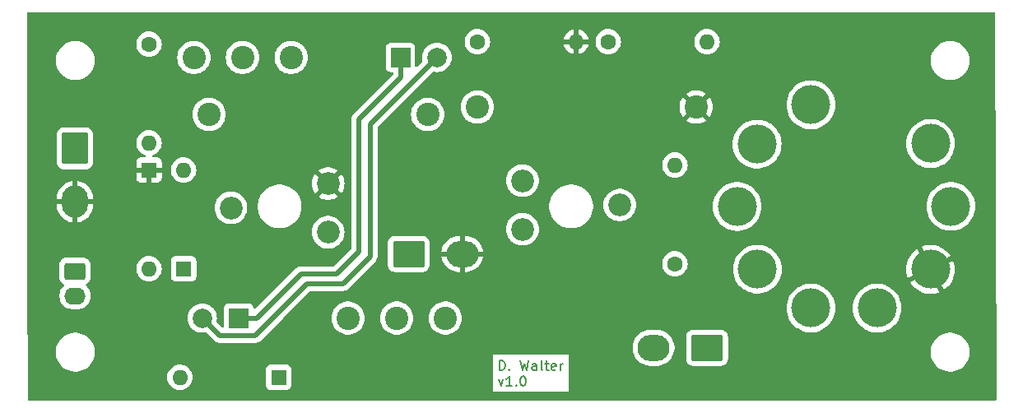
<source format=gbr>
%TF.GenerationSoftware,KiCad,Pcbnew,8.0.8*%
%TF.CreationDate,2025-02-11T23:57:59+01:00*%
%TF.ProjectId,Aussteuerung,41757373-7465-4756-9572-756e672e6b69,rev?*%
%TF.SameCoordinates,Original*%
%TF.FileFunction,Copper,L1,Top*%
%TF.FilePolarity,Positive*%
%FSLAX46Y46*%
G04 Gerber Fmt 4.6, Leading zero omitted, Abs format (unit mm)*
G04 Created by KiCad (PCBNEW 8.0.8) date 2025-02-11 23:57:59*
%MOMM*%
%LPD*%
G01*
G04 APERTURE LIST*
G04 Aperture macros list*
%AMRoundRect*
0 Rectangle with rounded corners*
0 $1 Rounding radius*
0 $2 $3 $4 $5 $6 $7 $8 $9 X,Y pos of 4 corners*
0 Add a 4 corners polygon primitive as box body*
4,1,4,$2,$3,$4,$5,$6,$7,$8,$9,$2,$3,0*
0 Add four circle primitives for the rounded corners*
1,1,$1+$1,$2,$3*
1,1,$1+$1,$4,$5*
1,1,$1+$1,$6,$7*
1,1,$1+$1,$8,$9*
0 Add four rect primitives between the rounded corners*
20,1,$1+$1,$2,$3,$4,$5,0*
20,1,$1+$1,$4,$5,$6,$7,0*
20,1,$1+$1,$6,$7,$8,$9,0*
20,1,$1+$1,$8,$9,$2,$3,0*%
G04 Aperture macros list end*
%ADD10C,0.200000*%
%TA.AperFunction,NonConductor*%
%ADD11C,0.200000*%
%TD*%
%TA.AperFunction,ComponentPad*%
%ADD12C,1.600000*%
%TD*%
%TA.AperFunction,ComponentPad*%
%ADD13O,1.600000X1.600000*%
%TD*%
%TA.AperFunction,ComponentPad*%
%ADD14R,1.600000X1.600000*%
%TD*%
%TA.AperFunction,ComponentPad*%
%ADD15RoundRect,0.250000X-0.845000X0.620000X-0.845000X-0.620000X0.845000X-0.620000X0.845000X0.620000X0*%
%TD*%
%TA.AperFunction,ComponentPad*%
%ADD16O,2.190000X1.740000*%
%TD*%
%TA.AperFunction,ComponentPad*%
%ADD17C,2.400000*%
%TD*%
%TA.AperFunction,ComponentPad*%
%ADD18R,2.000000X2.000000*%
%TD*%
%TA.AperFunction,ComponentPad*%
%ADD19C,2.000000*%
%TD*%
%TA.AperFunction,ComponentPad*%
%ADD20RoundRect,0.250001X-1.099999X-1.399999X1.099999X-1.399999X1.099999X1.399999X-1.099999X1.399999X0*%
%TD*%
%TA.AperFunction,ComponentPad*%
%ADD21O,2.700000X3.300000*%
%TD*%
%TA.AperFunction,ComponentPad*%
%ADD22RoundRect,0.250001X-1.399999X1.099999X-1.399999X-1.099999X1.399999X-1.099999X1.399999X1.099999X0*%
%TD*%
%TA.AperFunction,ComponentPad*%
%ADD23O,3.300000X2.700000*%
%TD*%
%TA.AperFunction,ComponentPad*%
%ADD24RoundRect,0.250001X1.399999X-1.099999X1.399999X1.099999X-1.399999X1.099999X-1.399999X-1.099999X0*%
%TD*%
%TA.AperFunction,ComponentPad*%
%ADD25C,2.340000*%
%TD*%
%TA.AperFunction,ComponentPad*%
%ADD26C,4.000000*%
%TD*%
%TA.AperFunction,ViaPad*%
%ADD27C,0.800000*%
%TD*%
%TA.AperFunction,Conductor*%
%ADD28C,0.500000*%
%TD*%
G04 APERTURE END LIST*
D10*
D11*
X111494673Y-123225275D02*
X111494673Y-122225275D01*
X111494673Y-122225275D02*
X111732768Y-122225275D01*
X111732768Y-122225275D02*
X111875625Y-122272894D01*
X111875625Y-122272894D02*
X111970863Y-122368132D01*
X111970863Y-122368132D02*
X112018482Y-122463370D01*
X112018482Y-122463370D02*
X112066101Y-122653846D01*
X112066101Y-122653846D02*
X112066101Y-122796703D01*
X112066101Y-122796703D02*
X112018482Y-122987179D01*
X112018482Y-122987179D02*
X111970863Y-123082417D01*
X111970863Y-123082417D02*
X111875625Y-123177656D01*
X111875625Y-123177656D02*
X111732768Y-123225275D01*
X111732768Y-123225275D02*
X111494673Y-123225275D01*
X112494673Y-123130036D02*
X112542292Y-123177656D01*
X112542292Y-123177656D02*
X112494673Y-123225275D01*
X112494673Y-123225275D02*
X112447054Y-123177656D01*
X112447054Y-123177656D02*
X112494673Y-123130036D01*
X112494673Y-123130036D02*
X112494673Y-123225275D01*
X113637530Y-122225275D02*
X113875625Y-123225275D01*
X113875625Y-123225275D02*
X114066101Y-122510989D01*
X114066101Y-122510989D02*
X114256577Y-123225275D01*
X114256577Y-123225275D02*
X114494673Y-122225275D01*
X115304196Y-123225275D02*
X115304196Y-122701465D01*
X115304196Y-122701465D02*
X115256577Y-122606227D01*
X115256577Y-122606227D02*
X115161339Y-122558608D01*
X115161339Y-122558608D02*
X114970863Y-122558608D01*
X114970863Y-122558608D02*
X114875625Y-122606227D01*
X115304196Y-123177656D02*
X115208958Y-123225275D01*
X115208958Y-123225275D02*
X114970863Y-123225275D01*
X114970863Y-123225275D02*
X114875625Y-123177656D01*
X114875625Y-123177656D02*
X114828006Y-123082417D01*
X114828006Y-123082417D02*
X114828006Y-122987179D01*
X114828006Y-122987179D02*
X114875625Y-122891941D01*
X114875625Y-122891941D02*
X114970863Y-122844322D01*
X114970863Y-122844322D02*
X115208958Y-122844322D01*
X115208958Y-122844322D02*
X115304196Y-122796703D01*
X115923244Y-123225275D02*
X115828006Y-123177656D01*
X115828006Y-123177656D02*
X115780387Y-123082417D01*
X115780387Y-123082417D02*
X115780387Y-122225275D01*
X116161340Y-122558608D02*
X116542292Y-122558608D01*
X116304197Y-122225275D02*
X116304197Y-123082417D01*
X116304197Y-123082417D02*
X116351816Y-123177656D01*
X116351816Y-123177656D02*
X116447054Y-123225275D01*
X116447054Y-123225275D02*
X116542292Y-123225275D01*
X117256578Y-123177656D02*
X117161340Y-123225275D01*
X117161340Y-123225275D02*
X116970864Y-123225275D01*
X116970864Y-123225275D02*
X116875626Y-123177656D01*
X116875626Y-123177656D02*
X116828007Y-123082417D01*
X116828007Y-123082417D02*
X116828007Y-122701465D01*
X116828007Y-122701465D02*
X116875626Y-122606227D01*
X116875626Y-122606227D02*
X116970864Y-122558608D01*
X116970864Y-122558608D02*
X117161340Y-122558608D01*
X117161340Y-122558608D02*
X117256578Y-122606227D01*
X117256578Y-122606227D02*
X117304197Y-122701465D01*
X117304197Y-122701465D02*
X117304197Y-122796703D01*
X117304197Y-122796703D02*
X116828007Y-122891941D01*
X117732769Y-123225275D02*
X117732769Y-122558608D01*
X117732769Y-122749084D02*
X117780388Y-122653846D01*
X117780388Y-122653846D02*
X117828007Y-122606227D01*
X117828007Y-122606227D02*
X117923245Y-122558608D01*
X117923245Y-122558608D02*
X118018483Y-122558608D01*
X111399435Y-124168552D02*
X111637530Y-124835219D01*
X111637530Y-124835219D02*
X111875625Y-124168552D01*
X112780387Y-124835219D02*
X112208959Y-124835219D01*
X112494673Y-124835219D02*
X112494673Y-123835219D01*
X112494673Y-123835219D02*
X112399435Y-123978076D01*
X112399435Y-123978076D02*
X112304197Y-124073314D01*
X112304197Y-124073314D02*
X112208959Y-124120933D01*
X113208959Y-124739980D02*
X113256578Y-124787600D01*
X113256578Y-124787600D02*
X113208959Y-124835219D01*
X113208959Y-124835219D02*
X113161340Y-124787600D01*
X113161340Y-124787600D02*
X113208959Y-124739980D01*
X113208959Y-124739980D02*
X113208959Y-124835219D01*
X113875625Y-123835219D02*
X113970863Y-123835219D01*
X113970863Y-123835219D02*
X114066101Y-123882838D01*
X114066101Y-123882838D02*
X114113720Y-123930457D01*
X114113720Y-123930457D02*
X114161339Y-124025695D01*
X114161339Y-124025695D02*
X114208958Y-124216171D01*
X114208958Y-124216171D02*
X114208958Y-124454266D01*
X114208958Y-124454266D02*
X114161339Y-124644742D01*
X114161339Y-124644742D02*
X114113720Y-124739980D01*
X114113720Y-124739980D02*
X114066101Y-124787600D01*
X114066101Y-124787600D02*
X113970863Y-124835219D01*
X113970863Y-124835219D02*
X113875625Y-124835219D01*
X113875625Y-124835219D02*
X113780387Y-124787600D01*
X113780387Y-124787600D02*
X113732768Y-124739980D01*
X113732768Y-124739980D02*
X113685149Y-124644742D01*
X113685149Y-124644742D02*
X113637530Y-124454266D01*
X113637530Y-124454266D02*
X113637530Y-124216171D01*
X113637530Y-124216171D02*
X113685149Y-124025695D01*
X113685149Y-124025695D02*
X113732768Y-123930457D01*
X113732768Y-123930457D02*
X113780387Y-123882838D01*
X113780387Y-123882838D02*
X113875625Y-123835219D01*
D12*
X122682000Y-89408000D03*
D13*
X132842000Y-89408000D03*
D14*
X88773000Y-123952000D03*
D13*
X78613000Y-123952000D03*
D15*
X67818000Y-113030000D03*
D16*
X67818000Y-115570000D03*
D12*
X75438000Y-89662000D03*
D13*
X75438000Y-99822000D03*
D17*
X100918000Y-117856000D03*
X95918000Y-117856000D03*
X105918000Y-117856000D03*
D18*
X84668000Y-117856000D03*
D19*
X80918000Y-117856000D03*
D14*
X78994000Y-112776000D03*
D13*
X78994000Y-102616000D03*
D12*
X129540000Y-112268000D03*
D13*
X129540000Y-102108000D03*
D20*
X67818000Y-100382000D03*
D21*
X67818000Y-105882000D03*
D17*
X109220000Y-96139000D03*
X131720000Y-96139000D03*
X81608000Y-96901000D03*
X104108000Y-96901000D03*
D22*
X132842000Y-120904000D03*
D23*
X127342000Y-120904000D03*
D24*
X102160000Y-111252000D03*
D23*
X107660000Y-111252000D03*
D12*
X109220000Y-89408000D03*
D13*
X119380000Y-89408000D03*
D14*
X75438000Y-102616000D03*
D13*
X75438000Y-112776000D03*
D17*
X85059500Y-91031500D03*
X90059500Y-91031500D03*
X80059500Y-91031500D03*
D18*
X101309500Y-91031500D03*
D19*
X105059500Y-91031500D03*
D25*
X113865000Y-103712000D03*
X123865000Y-106212000D03*
X113865000Y-108712000D03*
X93865000Y-109012000D03*
X83865000Y-106512000D03*
X93865000Y-104012000D03*
D26*
X155837227Y-99898041D03*
X157939001Y-106364200D03*
X155827269Y-112845641D03*
X150326173Y-116830518D03*
X143539813Y-116826622D03*
X138038339Y-112828610D03*
X135939007Y-106377764D03*
X137995309Y-99961063D03*
X143526963Y-95907561D03*
D27*
X101346000Y-98552000D03*
X122555000Y-118364000D03*
X65024000Y-123952000D03*
X87122000Y-109474000D03*
X109474000Y-102362000D03*
X146812000Y-117094000D03*
X109220000Y-120015000D03*
X73025000Y-107823000D03*
X110744000Y-115316000D03*
X104902000Y-105410000D03*
X73660000Y-123952000D03*
X72263000Y-93345000D03*
X116586000Y-114046000D03*
X101346000Y-101981000D03*
X135382000Y-102616000D03*
X126492000Y-108966000D03*
X132588000Y-113792000D03*
X146812000Y-98044000D03*
X95504000Y-96139000D03*
X151384000Y-101346000D03*
X154178000Y-91948000D03*
X145288000Y-92456000D03*
X146812000Y-109474000D03*
X92710000Y-123952000D03*
X92456000Y-119380000D03*
X90551000Y-103886000D03*
X89662000Y-99314000D03*
X141224000Y-99060000D03*
X137414000Y-94234000D03*
X121031000Y-95504000D03*
X150114000Y-88900000D03*
X77978000Y-96774000D03*
X140166548Y-116960000D03*
X154813000Y-118110000D03*
X84201000Y-88646000D03*
X150876000Y-123952000D03*
X138938000Y-123952000D03*
X78994000Y-107569000D03*
X119380000Y-123952000D03*
X67183000Y-95631000D03*
X154432000Y-106680000D03*
X127762000Y-98552000D03*
X127762000Y-89154000D03*
X161544000Y-106172000D03*
X96901000Y-88646000D03*
X113030000Y-98552000D03*
X102870000Y-123952000D03*
X84582000Y-114046000D03*
X138938000Y-109220000D03*
X72390000Y-88646000D03*
X114046000Y-89154000D03*
X87376000Y-94996000D03*
X143053173Y-104445173D03*
X158623000Y-96520000D03*
X131826000Y-105156000D03*
D28*
X98171000Y-111506000D02*
X98171000Y-97917000D01*
X91694000Y-114300000D02*
X95377000Y-114300000D01*
X95377000Y-114300000D02*
X98171000Y-111506000D01*
X86360000Y-119634000D02*
X91694000Y-114300000D01*
X82696000Y-119634000D02*
X86360000Y-119634000D01*
X80918000Y-117856000D02*
X82696000Y-119634000D01*
X98171000Y-97917000D02*
X105056500Y-91031500D01*
X105056500Y-91031500D02*
X105059500Y-91031500D01*
X101346000Y-93091000D02*
X101346000Y-91068000D01*
X97028000Y-97409000D02*
X101346000Y-93091000D01*
X94742000Y-113284000D02*
X97028000Y-110998000D01*
X86487000Y-117856000D02*
X91059000Y-113284000D01*
X91059000Y-113284000D02*
X94742000Y-113284000D01*
X84668000Y-117856000D02*
X86487000Y-117856000D01*
X97028000Y-110998000D02*
X97028000Y-97409000D01*
%TA.AperFunction,Conductor*%
G36*
X162454807Y-86385082D02*
G01*
X162501300Y-86438738D01*
X162512686Y-86490780D01*
X162607324Y-126238700D01*
X162587484Y-126306868D01*
X162533939Y-126353489D01*
X162481324Y-126365000D01*
X63085951Y-126365000D01*
X63017830Y-126344998D01*
X62971337Y-126291342D01*
X62959951Y-126239300D01*
X62958071Y-125449864D01*
X110785077Y-125449864D01*
X118631983Y-125449864D01*
X118631983Y-121609950D01*
X110785077Y-121609950D01*
X110785077Y-125449864D01*
X62958071Y-125449864D01*
X62954505Y-123952000D01*
X77299502Y-123952000D01*
X77319457Y-124180087D01*
X77378716Y-124401243D01*
X77475477Y-124608749D01*
X77606802Y-124796300D01*
X77768700Y-124958198D01*
X77956251Y-125089523D01*
X78163757Y-125186284D01*
X78384913Y-125245543D01*
X78613000Y-125265498D01*
X78841087Y-125245543D01*
X79062243Y-125186284D01*
X79269749Y-125089523D01*
X79457300Y-124958198D01*
X79619198Y-124796300D01*
X79750523Y-124608749D01*
X79847284Y-124401243D01*
X79906543Y-124180087D01*
X79926498Y-123952000D01*
X79906543Y-123723913D01*
X79847284Y-123502757D01*
X79750523Y-123295251D01*
X79619198Y-123107700D01*
X79614848Y-123103350D01*
X87464500Y-123103350D01*
X87464500Y-124800649D01*
X87471009Y-124861196D01*
X87471011Y-124861204D01*
X87522110Y-124998202D01*
X87522112Y-124998207D01*
X87609738Y-125115261D01*
X87726792Y-125202887D01*
X87726794Y-125202888D01*
X87726796Y-125202889D01*
X87785875Y-125224924D01*
X87863795Y-125253988D01*
X87863803Y-125253990D01*
X87924350Y-125260499D01*
X87924355Y-125260499D01*
X87924362Y-125260500D01*
X87924368Y-125260500D01*
X89621632Y-125260500D01*
X89621638Y-125260500D01*
X89621645Y-125260499D01*
X89621649Y-125260499D01*
X89682196Y-125253990D01*
X89682199Y-125253989D01*
X89682201Y-125253989D01*
X89819204Y-125202889D01*
X89841389Y-125186282D01*
X89936261Y-125115261D01*
X90023887Y-124998207D01*
X90023887Y-124998206D01*
X90023889Y-124998204D01*
X90074989Y-124861201D01*
X90081500Y-124800638D01*
X90081500Y-123103362D01*
X90081499Y-123103350D01*
X90074990Y-123042803D01*
X90074988Y-123042795D01*
X90038811Y-122945804D01*
X90023889Y-122905796D01*
X90023888Y-122905794D01*
X90023887Y-122905792D01*
X89936261Y-122788738D01*
X89819207Y-122701112D01*
X89819202Y-122701110D01*
X89682204Y-122650011D01*
X89682196Y-122650009D01*
X89621649Y-122643500D01*
X89621638Y-122643500D01*
X87924362Y-122643500D01*
X87924350Y-122643500D01*
X87863803Y-122650009D01*
X87863795Y-122650011D01*
X87726797Y-122701110D01*
X87726792Y-122701112D01*
X87609738Y-122788738D01*
X87522112Y-122905792D01*
X87522110Y-122905797D01*
X87471011Y-123042795D01*
X87471009Y-123042803D01*
X87464500Y-123103350D01*
X79614848Y-123103350D01*
X79457300Y-122945802D01*
X79269749Y-122814477D01*
X79062246Y-122717717D01*
X79062240Y-122717715D01*
X78942501Y-122685631D01*
X78841087Y-122658457D01*
X78613000Y-122638502D01*
X78384913Y-122658457D01*
X78163759Y-122717715D01*
X78163753Y-122717717D01*
X77956250Y-122814477D01*
X77768703Y-122945799D01*
X77768697Y-122945804D01*
X77606804Y-123107697D01*
X77606799Y-123107703D01*
X77475477Y-123295250D01*
X77378717Y-123502753D01*
X77378716Y-123502757D01*
X77319457Y-123723913D01*
X77299502Y-123952000D01*
X62954505Y-123952000D01*
X62948030Y-121232613D01*
X65865700Y-121232613D01*
X65865700Y-121494866D01*
X65899928Y-121754860D01*
X65899930Y-121754867D01*
X65967804Y-122008179D01*
X66068162Y-122250464D01*
X66068163Y-122250465D01*
X66068168Y-122250475D01*
X66199283Y-122477573D01*
X66199287Y-122477579D01*
X66358927Y-122685625D01*
X66358946Y-122685646D01*
X66544353Y-122871053D01*
X66544363Y-122871062D01*
X66544369Y-122871068D01*
X66544372Y-122871070D01*
X66544374Y-122871072D01*
X66752420Y-123030712D01*
X66752426Y-123030716D01*
X66931538Y-123134126D01*
X66979536Y-123161838D01*
X67221821Y-123262196D01*
X67475133Y-123330070D01*
X67475137Y-123330070D01*
X67475139Y-123330071D01*
X67542148Y-123338892D01*
X67735136Y-123364300D01*
X67735143Y-123364300D01*
X67997377Y-123364300D01*
X67997384Y-123364300D01*
X68232362Y-123333364D01*
X68257380Y-123330071D01*
X68257380Y-123330070D01*
X68257387Y-123330070D01*
X68510699Y-123262196D01*
X68752984Y-123161838D01*
X68980097Y-123030714D01*
X69188151Y-122871068D01*
X69373588Y-122685631D01*
X69533234Y-122477577D01*
X69664358Y-122250464D01*
X69764716Y-122008179D01*
X69832590Y-121754867D01*
X69866820Y-121494864D01*
X69866820Y-121232616D01*
X69832590Y-120972613D01*
X69781565Y-120782184D01*
X125183500Y-120782184D01*
X125183500Y-121025815D01*
X125215297Y-121267346D01*
X125215299Y-121267353D01*
X125278354Y-121502677D01*
X125371585Y-121727757D01*
X125371586Y-121727758D01*
X125371591Y-121727768D01*
X125493395Y-121938739D01*
X125641707Y-122132024D01*
X125641716Y-122132034D01*
X125813965Y-122304283D01*
X125813975Y-122304292D01*
X125813976Y-122304293D01*
X126007257Y-122452602D01*
X126218243Y-122574415D01*
X126443323Y-122667646D01*
X126678647Y-122730701D01*
X126678651Y-122730701D01*
X126678653Y-122730702D01*
X126740904Y-122738897D01*
X126920187Y-122762500D01*
X126920194Y-122762500D01*
X127763806Y-122762500D01*
X127763813Y-122762500D01*
X127982103Y-122733761D01*
X128005346Y-122730702D01*
X128005346Y-122730701D01*
X128005353Y-122730701D01*
X128240677Y-122667646D01*
X128465757Y-122574415D01*
X128676743Y-122452602D01*
X128870024Y-122304293D01*
X129042293Y-122132024D01*
X129101739Y-122054552D01*
X130683499Y-122054552D01*
X130694112Y-122158421D01*
X130694112Y-122158423D01*
X130694113Y-122158425D01*
X130749885Y-122326738D01*
X130827521Y-122452604D01*
X130842970Y-122477651D01*
X130842975Y-122477657D01*
X130968342Y-122603024D01*
X130968348Y-122603029D01*
X130968349Y-122603030D01*
X131119262Y-122696115D01*
X131287575Y-122751887D01*
X131315906Y-122754781D01*
X131391448Y-122762500D01*
X131391456Y-122762500D01*
X134292552Y-122762500D01*
X134361798Y-122755424D01*
X134396425Y-122751887D01*
X134564738Y-122696115D01*
X134715651Y-122603030D01*
X134841030Y-122477651D01*
X134934115Y-122326738D01*
X134989887Y-122158425D01*
X134993424Y-122123798D01*
X135000500Y-122054552D01*
X135000500Y-121232613D01*
X155865520Y-121232613D01*
X155865520Y-121494866D01*
X155899748Y-121754860D01*
X155899750Y-121754867D01*
X155967624Y-122008179D01*
X156067982Y-122250464D01*
X156067983Y-122250465D01*
X156067988Y-122250475D01*
X156199103Y-122477573D01*
X156199107Y-122477579D01*
X156358747Y-122685625D01*
X156358766Y-122685646D01*
X156544173Y-122871053D01*
X156544183Y-122871062D01*
X156544189Y-122871068D01*
X156544192Y-122871070D01*
X156544194Y-122871072D01*
X156752240Y-123030712D01*
X156752246Y-123030716D01*
X156931358Y-123134126D01*
X156979356Y-123161838D01*
X157221641Y-123262196D01*
X157474953Y-123330070D01*
X157474957Y-123330070D01*
X157474959Y-123330071D01*
X157541968Y-123338892D01*
X157734956Y-123364300D01*
X157734963Y-123364300D01*
X157997197Y-123364300D01*
X157997204Y-123364300D01*
X158232182Y-123333364D01*
X158257200Y-123330071D01*
X158257200Y-123330070D01*
X158257207Y-123330070D01*
X158510519Y-123262196D01*
X158752804Y-123161838D01*
X158979917Y-123030714D01*
X159187971Y-122871068D01*
X159373408Y-122685631D01*
X159533054Y-122477577D01*
X159664178Y-122250464D01*
X159764536Y-122008179D01*
X159832410Y-121754867D01*
X159866640Y-121494864D01*
X159866640Y-121232616D01*
X159832410Y-120972613D01*
X159764536Y-120719301D01*
X159664178Y-120477016D01*
X159533054Y-120249903D01*
X159402867Y-120080241D01*
X159373412Y-120041854D01*
X159373410Y-120041852D01*
X159373408Y-120041849D01*
X159373402Y-120041843D01*
X159373393Y-120041833D01*
X159187986Y-119856426D01*
X159187965Y-119856407D01*
X158979919Y-119696767D01*
X158979913Y-119696763D01*
X158752815Y-119565648D01*
X158752810Y-119565645D01*
X158752804Y-119565642D01*
X158510519Y-119465284D01*
X158257207Y-119397410D01*
X158257200Y-119397408D01*
X157997206Y-119363180D01*
X157997204Y-119363180D01*
X157734956Y-119363180D01*
X157734953Y-119363180D01*
X157474959Y-119397408D01*
X157275469Y-119450861D01*
X157221641Y-119465284D01*
X157074259Y-119526332D01*
X156979354Y-119565643D01*
X156979344Y-119565648D01*
X156752246Y-119696763D01*
X156752240Y-119696767D01*
X156544194Y-119856407D01*
X156544173Y-119856426D01*
X156358766Y-120041833D01*
X156358747Y-120041854D01*
X156199107Y-120249900D01*
X156199103Y-120249906D01*
X156067988Y-120477004D01*
X156067983Y-120477014D01*
X155967624Y-120719301D01*
X155899748Y-120972619D01*
X155865520Y-121232613D01*
X135000500Y-121232613D01*
X135000500Y-119753447D01*
X134989887Y-119649578D01*
X134989887Y-119649575D01*
X134934115Y-119481262D01*
X134841030Y-119330349D01*
X134841029Y-119330348D01*
X134841024Y-119330342D01*
X134715657Y-119204975D01*
X134715651Y-119204970D01*
X134610893Y-119140354D01*
X134564738Y-119111885D01*
X134396425Y-119056113D01*
X134396423Y-119056112D01*
X134396421Y-119056112D01*
X134292552Y-119045500D01*
X134292544Y-119045500D01*
X131391456Y-119045500D01*
X131391448Y-119045500D01*
X131287578Y-119056112D01*
X131119262Y-119111885D01*
X131119260Y-119111886D01*
X130968348Y-119204970D01*
X130968342Y-119204975D01*
X130842975Y-119330342D01*
X130842970Y-119330348D01*
X130749886Y-119481260D01*
X130749885Y-119481262D01*
X130694112Y-119649578D01*
X130683500Y-119753447D01*
X130683500Y-122054552D01*
X130683499Y-122054552D01*
X129101739Y-122054552D01*
X129190602Y-121938743D01*
X129312415Y-121727757D01*
X129405646Y-121502677D01*
X129468701Y-121267353D01*
X129500500Y-121025813D01*
X129500500Y-120782187D01*
X129468701Y-120540647D01*
X129405646Y-120305323D01*
X129312415Y-120080243D01*
X129190602Y-119869257D01*
X129042293Y-119675976D01*
X129042292Y-119675975D01*
X129042283Y-119675965D01*
X128870034Y-119503716D01*
X128870024Y-119503707D01*
X128801152Y-119450860D01*
X128676743Y-119355398D01*
X128676742Y-119355397D01*
X128676739Y-119355395D01*
X128465768Y-119233591D01*
X128465763Y-119233588D01*
X128465757Y-119233585D01*
X128240677Y-119140354D01*
X128005353Y-119077299D01*
X128005346Y-119077297D01*
X127763815Y-119045500D01*
X127763813Y-119045500D01*
X126920187Y-119045500D01*
X126920184Y-119045500D01*
X126678653Y-119077297D01*
X126443323Y-119140354D01*
X126289089Y-119204240D01*
X126218241Y-119233586D01*
X126218231Y-119233591D01*
X126007260Y-119355395D01*
X125813975Y-119503707D01*
X125813965Y-119503716D01*
X125641716Y-119675965D01*
X125641707Y-119675975D01*
X125493395Y-119869260D01*
X125371591Y-120080231D01*
X125371586Y-120080241D01*
X125371585Y-120080243D01*
X125312382Y-120223172D01*
X125278354Y-120305323D01*
X125215297Y-120540653D01*
X125183500Y-120782184D01*
X69781565Y-120782184D01*
X69764716Y-120719301D01*
X69664358Y-120477016D01*
X69533234Y-120249903D01*
X69403047Y-120080241D01*
X69373592Y-120041854D01*
X69373590Y-120041852D01*
X69373588Y-120041849D01*
X69373582Y-120041843D01*
X69373573Y-120041833D01*
X69188166Y-119856426D01*
X69188145Y-119856407D01*
X68980099Y-119696767D01*
X68980093Y-119696763D01*
X68752995Y-119565648D01*
X68752990Y-119565645D01*
X68752984Y-119565642D01*
X68510699Y-119465284D01*
X68257387Y-119397410D01*
X68257380Y-119397408D01*
X67997386Y-119363180D01*
X67997384Y-119363180D01*
X67735136Y-119363180D01*
X67735133Y-119363180D01*
X67475139Y-119397408D01*
X67275649Y-119450861D01*
X67221821Y-119465284D01*
X67074439Y-119526332D01*
X66979534Y-119565643D01*
X66979524Y-119565648D01*
X66752426Y-119696763D01*
X66752420Y-119696767D01*
X66544374Y-119856407D01*
X66544353Y-119856426D01*
X66358946Y-120041833D01*
X66358927Y-120041854D01*
X66199287Y-120249900D01*
X66199283Y-120249906D01*
X66068168Y-120477004D01*
X66068163Y-120477014D01*
X65967804Y-120719301D01*
X65899928Y-120972619D01*
X65865700Y-121232613D01*
X62948030Y-121232613D01*
X62939991Y-117856000D01*
X79404835Y-117856000D01*
X79423465Y-118092710D01*
X79478894Y-118323592D01*
X79478895Y-118323594D01*
X79569760Y-118542963D01*
X79693458Y-118744819D01*
X79693825Y-118745417D01*
X79693826Y-118745419D01*
X79848030Y-118925969D01*
X80025213Y-119077297D01*
X80028584Y-119080176D01*
X80231037Y-119204240D01*
X80450406Y-119295105D01*
X80681289Y-119350535D01*
X80918000Y-119369165D01*
X81154711Y-119350535D01*
X81235396Y-119331164D01*
X81306304Y-119334710D01*
X81353906Y-119364587D01*
X82212485Y-120223166D01*
X82212488Y-120223168D01*
X82212493Y-120223172D01*
X82335437Y-120305320D01*
X82335438Y-120305320D01*
X82336717Y-120306175D01*
X82423760Y-120342228D01*
X82474754Y-120363351D01*
X82621294Y-120392500D01*
X86434701Y-120392500D01*
X86434705Y-120392500D01*
X86434706Y-120392500D01*
X86507976Y-120377925D01*
X86581247Y-120363351D01*
X86719284Y-120306174D01*
X86843515Y-120223166D01*
X89210681Y-117856000D01*
X94204709Y-117856000D01*
X94223845Y-118111356D01*
X94280826Y-118361002D01*
X94280827Y-118361005D01*
X94374374Y-118599362D01*
X94374376Y-118599366D01*
X94502410Y-118821127D01*
X94502412Y-118821130D01*
X94502413Y-118821131D01*
X94662069Y-119021334D01*
X94849781Y-119195505D01*
X94849787Y-119195509D01*
X95061345Y-119339748D01*
X95061352Y-119339752D01*
X95061355Y-119339754D01*
X95122426Y-119369164D01*
X95292060Y-119450856D01*
X95292073Y-119450861D01*
X95536746Y-119526332D01*
X95536748Y-119526332D01*
X95536757Y-119526335D01*
X95789966Y-119564500D01*
X95789970Y-119564500D01*
X96046030Y-119564500D01*
X96046034Y-119564500D01*
X96299243Y-119526335D01*
X96299253Y-119526332D01*
X96543929Y-119450860D01*
X96543930Y-119450859D01*
X96543935Y-119450858D01*
X96774646Y-119339754D01*
X96986219Y-119195505D01*
X97173931Y-119021334D01*
X97333587Y-118821131D01*
X97461622Y-118599369D01*
X97555174Y-118361001D01*
X97612155Y-118111353D01*
X97631291Y-117856000D01*
X99204709Y-117856000D01*
X99223845Y-118111356D01*
X99280826Y-118361002D01*
X99280827Y-118361005D01*
X99374374Y-118599362D01*
X99374376Y-118599366D01*
X99502410Y-118821127D01*
X99502412Y-118821130D01*
X99502413Y-118821131D01*
X99662069Y-119021334D01*
X99849781Y-119195505D01*
X99849787Y-119195509D01*
X100061345Y-119339748D01*
X100061352Y-119339752D01*
X100061355Y-119339754D01*
X100122426Y-119369164D01*
X100292060Y-119450856D01*
X100292073Y-119450861D01*
X100536746Y-119526332D01*
X100536748Y-119526332D01*
X100536757Y-119526335D01*
X100789966Y-119564500D01*
X100789970Y-119564500D01*
X101046030Y-119564500D01*
X101046034Y-119564500D01*
X101299243Y-119526335D01*
X101299253Y-119526332D01*
X101543929Y-119450860D01*
X101543930Y-119450859D01*
X101543935Y-119450858D01*
X101774646Y-119339754D01*
X101986219Y-119195505D01*
X102173931Y-119021334D01*
X102333587Y-118821131D01*
X102461622Y-118599369D01*
X102555174Y-118361001D01*
X102612155Y-118111353D01*
X102631291Y-117856000D01*
X104204709Y-117856000D01*
X104223845Y-118111356D01*
X104280826Y-118361002D01*
X104280827Y-118361005D01*
X104374374Y-118599362D01*
X104374376Y-118599366D01*
X104502410Y-118821127D01*
X104502412Y-118821130D01*
X104502413Y-118821131D01*
X104662069Y-119021334D01*
X104849781Y-119195505D01*
X104849787Y-119195509D01*
X105061345Y-119339748D01*
X105061352Y-119339752D01*
X105061355Y-119339754D01*
X105122426Y-119369164D01*
X105292060Y-119450856D01*
X105292073Y-119450861D01*
X105536746Y-119526332D01*
X105536748Y-119526332D01*
X105536757Y-119526335D01*
X105789966Y-119564500D01*
X105789970Y-119564500D01*
X106046030Y-119564500D01*
X106046034Y-119564500D01*
X106299243Y-119526335D01*
X106299253Y-119526332D01*
X106543929Y-119450860D01*
X106543930Y-119450859D01*
X106543935Y-119450858D01*
X106774646Y-119339754D01*
X106986219Y-119195505D01*
X107173931Y-119021334D01*
X107333587Y-118821131D01*
X107461622Y-118599369D01*
X107555174Y-118361001D01*
X107612155Y-118111353D01*
X107631291Y-117856000D01*
X107612155Y-117600647D01*
X107555174Y-117350999D01*
X107474539Y-117145542D01*
X107461625Y-117112637D01*
X107461623Y-117112633D01*
X107333589Y-116890872D01*
X107324751Y-116879789D01*
X107282346Y-116826615D01*
X141026353Y-116826615D01*
X141026353Y-116826628D01*
X141046170Y-117141629D01*
X141046172Y-117141646D01*
X141105317Y-117451689D01*
X141105320Y-117451702D01*
X141202852Y-117751876D01*
X141202857Y-117751889D01*
X141251848Y-117856000D01*
X141337251Y-118037491D01*
X141337253Y-118037494D01*
X141337256Y-118037500D01*
X141506375Y-118303990D01*
X141707576Y-118547200D01*
X141937673Y-118763276D01*
X142092136Y-118875500D01*
X142193034Y-118948806D01*
X142469634Y-119100869D01*
X142763111Y-119217065D01*
X143068838Y-119295562D01*
X143068846Y-119295563D01*
X143068845Y-119295563D01*
X143099678Y-119299458D01*
X143381992Y-119335122D01*
X143381996Y-119335122D01*
X143697630Y-119335122D01*
X143697634Y-119335122D01*
X144010788Y-119295562D01*
X144316515Y-119217065D01*
X144609992Y-119100869D01*
X144886592Y-118948806D01*
X145141953Y-118763276D01*
X145372046Y-118547204D01*
X145573245Y-118303997D01*
X145573247Y-118303992D01*
X145573250Y-118303990D01*
X145739897Y-118041396D01*
X145742375Y-118037491D01*
X145876769Y-117751888D01*
X145974308Y-117451694D01*
X146033454Y-117141642D01*
X146044468Y-116966580D01*
X146053029Y-116830511D01*
X147812713Y-116830511D01*
X147812713Y-116830524D01*
X147832530Y-117145525D01*
X147832532Y-117145542D01*
X147891677Y-117455584D01*
X147891680Y-117455598D01*
X147989212Y-117755772D01*
X147989217Y-117755784D01*
X148123611Y-118041387D01*
X148123613Y-118041390D01*
X148123616Y-118041396D01*
X148292735Y-118307886D01*
X148493936Y-118551096D01*
X148724033Y-118767172D01*
X148974031Y-118948806D01*
X148979394Y-118952702D01*
X149255994Y-119104765D01*
X149549471Y-119220961D01*
X149855198Y-119299458D01*
X149855206Y-119299459D01*
X149855205Y-119299459D01*
X149975781Y-119314691D01*
X150168352Y-119339018D01*
X150168356Y-119339018D01*
X150483990Y-119339018D01*
X150483994Y-119339018D01*
X150797148Y-119299458D01*
X151102875Y-119220961D01*
X151396352Y-119104765D01*
X151672952Y-118952702D01*
X151928313Y-118767172D01*
X152158406Y-118551100D01*
X152359605Y-118307893D01*
X152359607Y-118307888D01*
X152359610Y-118307886D01*
X152528729Y-118041396D01*
X152528735Y-118041387D01*
X152663129Y-117755784D01*
X152760668Y-117455590D01*
X152819814Y-117145538D01*
X152831073Y-116966580D01*
X152839633Y-116830524D01*
X152839633Y-116830511D01*
X152819815Y-116515510D01*
X152819813Y-116515491D01*
X152787766Y-116347500D01*
X152760668Y-116205446D01*
X152663129Y-115905252D01*
X152528735Y-115619649D01*
X152526263Y-115615753D01*
X152359610Y-115353149D01*
X152158409Y-115109939D01*
X152150867Y-115102857D01*
X151928313Y-114893864D01*
X151922951Y-114889968D01*
X151672954Y-114708335D01*
X151606799Y-114671966D01*
X151396352Y-114556271D01*
X151102875Y-114440075D01*
X150797148Y-114361578D01*
X150797143Y-114361577D01*
X150797138Y-114361576D01*
X150797140Y-114361576D01*
X150484008Y-114322019D01*
X150483997Y-114322018D01*
X150483994Y-114322018D01*
X150168352Y-114322018D01*
X150168349Y-114322018D01*
X150168337Y-114322019D01*
X149855206Y-114361576D01*
X149549474Y-114440074D01*
X149549472Y-114440074D01*
X149549471Y-114440075D01*
X149265834Y-114552375D01*
X149255994Y-114556271D01*
X148979391Y-114708335D01*
X148724034Y-114893863D01*
X148724033Y-114893863D01*
X148493936Y-115109939D01*
X148292735Y-115353149D01*
X148123616Y-115619639D01*
X148123609Y-115619653D01*
X147989217Y-115905250D01*
X147989212Y-115905263D01*
X147891680Y-116205437D01*
X147891677Y-116205450D01*
X147832533Y-116515491D01*
X147832530Y-116515510D01*
X147812713Y-116830511D01*
X146053029Y-116830511D01*
X146053273Y-116826628D01*
X146053273Y-116826615D01*
X146033455Y-116511614D01*
X146033453Y-116511597D01*
X146025143Y-116468033D01*
X145974308Y-116201550D01*
X145956746Y-116147500D01*
X145876773Y-115901367D01*
X145876768Y-115901354D01*
X145872743Y-115892800D01*
X145742375Y-115615753D01*
X145742369Y-115615743D01*
X145573250Y-115349253D01*
X145372049Y-115106043D01*
X145141952Y-114889967D01*
X144886594Y-114704439D01*
X144827517Y-114671961D01*
X144609992Y-114552375D01*
X144316515Y-114436179D01*
X144010788Y-114357682D01*
X144010783Y-114357681D01*
X144010778Y-114357680D01*
X144010780Y-114357680D01*
X143697648Y-114318123D01*
X143697637Y-114318122D01*
X143697634Y-114318122D01*
X143381992Y-114318122D01*
X143381989Y-114318122D01*
X143381977Y-114318123D01*
X143068846Y-114357680D01*
X142763114Y-114436178D01*
X142763112Y-114436178D01*
X142763111Y-114436179D01*
X142555094Y-114518539D01*
X142469634Y-114552375D01*
X142193031Y-114704439D01*
X141937674Y-114889967D01*
X141937673Y-114889967D01*
X141707576Y-115106043D01*
X141506375Y-115349253D01*
X141337256Y-115615743D01*
X141337249Y-115615757D01*
X141202857Y-115901354D01*
X141202852Y-115901367D01*
X141105320Y-116201541D01*
X141105317Y-116201554D01*
X141046172Y-116511597D01*
X141046170Y-116511614D01*
X141026353Y-116826615D01*
X107282346Y-116826615D01*
X107173931Y-116690666D01*
X106986219Y-116516495D01*
X106984774Y-116515510D01*
X106893632Y-116453370D01*
X106774646Y-116372246D01*
X106774643Y-116372245D01*
X106774641Y-116372243D01*
X106774640Y-116372242D01*
X106543936Y-116261142D01*
X106543929Y-116261139D01*
X106299253Y-116185667D01*
X106299245Y-116185665D01*
X106299243Y-116185665D01*
X106046034Y-116147500D01*
X105789966Y-116147500D01*
X105536757Y-116185665D01*
X105536755Y-116185665D01*
X105536746Y-116185667D01*
X105292073Y-116261138D01*
X105292060Y-116261143D01*
X105061352Y-116372247D01*
X105061345Y-116372251D01*
X104849787Y-116516490D01*
X104849782Y-116516494D01*
X104662070Y-116690665D01*
X104502410Y-116890872D01*
X104374376Y-117112633D01*
X104374374Y-117112637D01*
X104280827Y-117350994D01*
X104280826Y-117350997D01*
X104223845Y-117600643D01*
X104204709Y-117856000D01*
X102631291Y-117856000D01*
X102612155Y-117600647D01*
X102555174Y-117350999D01*
X102474539Y-117145542D01*
X102461625Y-117112637D01*
X102461623Y-117112633D01*
X102333589Y-116890872D01*
X102324751Y-116879789D01*
X102173931Y-116690666D01*
X101986219Y-116516495D01*
X101984774Y-116515510D01*
X101893632Y-116453370D01*
X101774646Y-116372246D01*
X101774643Y-116372245D01*
X101774641Y-116372243D01*
X101774640Y-116372242D01*
X101543936Y-116261142D01*
X101543929Y-116261139D01*
X101299253Y-116185667D01*
X101299245Y-116185665D01*
X101299243Y-116185665D01*
X101046034Y-116147500D01*
X100789966Y-116147500D01*
X100536757Y-116185665D01*
X100536755Y-116185665D01*
X100536746Y-116185667D01*
X100292073Y-116261138D01*
X100292060Y-116261143D01*
X100061352Y-116372247D01*
X100061345Y-116372251D01*
X99849787Y-116516490D01*
X99849782Y-116516494D01*
X99662070Y-116690665D01*
X99502410Y-116890872D01*
X99374376Y-117112633D01*
X99374374Y-117112637D01*
X99280827Y-117350994D01*
X99280826Y-117350997D01*
X99223845Y-117600643D01*
X99204709Y-117856000D01*
X97631291Y-117856000D01*
X97612155Y-117600647D01*
X97555174Y-117350999D01*
X97474539Y-117145542D01*
X97461625Y-117112637D01*
X97461623Y-117112633D01*
X97333589Y-116890872D01*
X97324751Y-116879789D01*
X97173931Y-116690666D01*
X96986219Y-116516495D01*
X96984774Y-116515510D01*
X96893632Y-116453370D01*
X96774646Y-116372246D01*
X96774643Y-116372245D01*
X96774641Y-116372243D01*
X96774640Y-116372242D01*
X96543936Y-116261142D01*
X96543929Y-116261139D01*
X96299253Y-116185667D01*
X96299245Y-116185665D01*
X96299243Y-116185665D01*
X96046034Y-116147500D01*
X95789966Y-116147500D01*
X95536757Y-116185665D01*
X95536755Y-116185665D01*
X95536746Y-116185667D01*
X95292073Y-116261138D01*
X95292060Y-116261143D01*
X95061352Y-116372247D01*
X95061345Y-116372251D01*
X94849787Y-116516490D01*
X94849782Y-116516494D01*
X94662070Y-116690665D01*
X94502410Y-116890872D01*
X94374376Y-117112633D01*
X94374374Y-117112637D01*
X94280827Y-117350994D01*
X94280826Y-117350997D01*
X94223845Y-117600643D01*
X94204709Y-117856000D01*
X89210681Y-117856000D01*
X91971276Y-115095405D01*
X92033588Y-115061379D01*
X92060371Y-115058500D01*
X95451706Y-115058500D01*
X95540488Y-115040840D01*
X95598247Y-115029351D01*
X95736284Y-114972174D01*
X95860515Y-114889166D01*
X98347129Y-112402552D01*
X100001499Y-112402552D01*
X100012112Y-112506421D01*
X100012112Y-112506423D01*
X100012113Y-112506425D01*
X100067885Y-112674738D01*
X100104832Y-112734638D01*
X100160970Y-112825651D01*
X100160975Y-112825657D01*
X100286342Y-112951024D01*
X100286348Y-112951029D01*
X100286349Y-112951030D01*
X100437262Y-113044115D01*
X100605575Y-113099887D01*
X100633906Y-113102781D01*
X100709448Y-113110500D01*
X100709456Y-113110500D01*
X103610552Y-113110500D01*
X103679798Y-113103424D01*
X103714425Y-113099887D01*
X103882738Y-113044115D01*
X104033651Y-112951030D01*
X104159030Y-112825651D01*
X104252115Y-112674738D01*
X104307887Y-112506425D01*
X104311424Y-112471798D01*
X104318500Y-112402552D01*
X104318500Y-110997999D01*
X105519406Y-110997999D01*
X105519407Y-110998000D01*
X107007536Y-110998000D01*
X106986901Y-111047818D01*
X106960000Y-111183056D01*
X106960000Y-111320944D01*
X106986901Y-111456182D01*
X107007536Y-111506000D01*
X105519407Y-111506000D01*
X105533789Y-111615248D01*
X105596828Y-111850515D01*
X105690035Y-112075537D01*
X105690041Y-112075548D01*
X105811811Y-112286461D01*
X105811816Y-112286468D01*
X105960076Y-112479684D01*
X105960095Y-112479705D01*
X106132294Y-112651904D01*
X106132315Y-112651923D01*
X106325531Y-112800183D01*
X106325538Y-112800188D01*
X106536451Y-112921958D01*
X106536462Y-112921964D01*
X106761484Y-113015171D01*
X106996750Y-113078210D01*
X107238217Y-113109999D01*
X107238227Y-113110000D01*
X107406000Y-113110000D01*
X107406000Y-111904463D01*
X107455818Y-111925099D01*
X107591056Y-111952000D01*
X107728944Y-111952000D01*
X107864182Y-111925099D01*
X107914000Y-111904463D01*
X107914000Y-113110000D01*
X108081773Y-113110000D01*
X108081782Y-113109999D01*
X108323249Y-113078210D01*
X108558515Y-113015171D01*
X108783537Y-112921964D01*
X108783548Y-112921958D01*
X108994461Y-112800188D01*
X108994468Y-112800183D01*
X109187684Y-112651923D01*
X109187705Y-112651904D01*
X109359904Y-112479705D01*
X109359923Y-112479684D01*
X109508183Y-112286468D01*
X109508188Y-112286461D01*
X109518846Y-112268000D01*
X128226502Y-112268000D01*
X128246457Y-112496087D01*
X128260344Y-112547913D01*
X128305715Y-112717240D01*
X128305717Y-112717246D01*
X128402477Y-112924749D01*
X128532541Y-113110500D01*
X128533802Y-113112300D01*
X128695700Y-113274198D01*
X128883251Y-113405523D01*
X129090757Y-113502284D01*
X129311913Y-113561543D01*
X129540000Y-113581498D01*
X129768087Y-113561543D01*
X129989243Y-113502284D01*
X130196749Y-113405523D01*
X130384300Y-113274198D01*
X130546198Y-113112300D01*
X130677523Y-112924749D01*
X130722356Y-112828603D01*
X135524879Y-112828603D01*
X135524879Y-112828616D01*
X135544696Y-113143617D01*
X135544698Y-113143634D01*
X135603843Y-113453677D01*
X135603846Y-113453690D01*
X135701378Y-113753864D01*
X135701383Y-113753877D01*
X135733537Y-113822207D01*
X135835777Y-114039479D01*
X135835779Y-114039482D01*
X135835782Y-114039488D01*
X136004901Y-114305978D01*
X136206102Y-114549188D01*
X136206105Y-114549190D01*
X136206106Y-114549192D01*
X136223875Y-114565878D01*
X136436199Y-114765264D01*
X136607838Y-114889967D01*
X136691560Y-114950794D01*
X136968160Y-115102857D01*
X137261637Y-115219053D01*
X137567364Y-115297550D01*
X137567372Y-115297551D01*
X137567371Y-115297551D01*
X137698254Y-115314085D01*
X137880518Y-115337110D01*
X137880522Y-115337110D01*
X138196156Y-115337110D01*
X138196160Y-115337110D01*
X138509314Y-115297550D01*
X138815041Y-115219053D01*
X139108518Y-115102857D01*
X139385118Y-114950794D01*
X139640479Y-114765264D01*
X139870572Y-114549192D01*
X140071771Y-114305985D01*
X140071773Y-114305980D01*
X140071776Y-114305978D01*
X140209158Y-114089498D01*
X140240901Y-114039479D01*
X140375295Y-113753876D01*
X140472834Y-113453682D01*
X140531980Y-113143630D01*
X140531981Y-113143617D01*
X140550728Y-112845634D01*
X153314310Y-112845634D01*
X153314310Y-112845647D01*
X153334123Y-113160585D01*
X153334125Y-113160602D01*
X153393258Y-113470583D01*
X153393261Y-113470596D01*
X153485300Y-113753861D01*
X154850018Y-113058502D01*
X154865698Y-113137330D01*
X154941080Y-113319319D01*
X155050518Y-113483104D01*
X155079256Y-113511842D01*
X153719368Y-114204739D01*
X153794243Y-114322723D01*
X153995400Y-114565878D01*
X153995402Y-114565881D01*
X154225449Y-114781909D01*
X154225450Y-114781910D01*
X154480751Y-114967397D01*
X154757303Y-115119433D01*
X155050729Y-115235609D01*
X155050735Y-115235611D01*
X155356372Y-115314085D01*
X155356399Y-115314090D01*
X155669464Y-115353639D01*
X155669483Y-115353641D01*
X155985055Y-115353641D01*
X155985073Y-115353639D01*
X156298138Y-115314090D01*
X156298165Y-115314085D01*
X156603803Y-115235611D01*
X156603817Y-115235606D01*
X156733735Y-115184167D01*
X156040131Y-113822891D01*
X156118958Y-113807212D01*
X156300947Y-113731830D01*
X156464732Y-113622392D01*
X156493470Y-113593653D01*
X157188121Y-114956982D01*
X157429087Y-114781909D01*
X157429088Y-114781909D01*
X157659135Y-114565881D01*
X157659144Y-114565871D01*
X157860297Y-114322719D01*
X157860299Y-114322716D01*
X158029386Y-114056277D01*
X158029393Y-114056263D01*
X158163755Y-113770729D01*
X158163759Y-113770720D01*
X158261276Y-113470596D01*
X158261279Y-113470583D01*
X158320412Y-113160602D01*
X158320414Y-113160585D01*
X158340228Y-112845647D01*
X158340228Y-112845634D01*
X158320414Y-112530696D01*
X158320412Y-112530679D01*
X158261279Y-112220698D01*
X158261276Y-112220685D01*
X158169237Y-111937419D01*
X158169236Y-111937419D01*
X156804519Y-112632776D01*
X156788840Y-112553952D01*
X156713458Y-112371963D01*
X156604020Y-112208178D01*
X156575279Y-112179437D01*
X157935169Y-111486541D01*
X157860299Y-111368565D01*
X157860297Y-111368562D01*
X157659144Y-111125410D01*
X157659135Y-111125400D01*
X157429088Y-110909372D01*
X157429087Y-110909371D01*
X157173786Y-110723884D01*
X156897234Y-110571848D01*
X156603808Y-110455672D01*
X156603802Y-110455670D01*
X156298165Y-110377196D01*
X156298138Y-110377191D01*
X155985073Y-110337642D01*
X155985055Y-110337641D01*
X155669483Y-110337641D01*
X155669464Y-110337642D01*
X155356399Y-110377191D01*
X155356372Y-110377196D01*
X155050734Y-110455671D01*
X155050716Y-110455677D01*
X154920801Y-110507114D01*
X155614405Y-111868390D01*
X155535580Y-111884070D01*
X155353591Y-111959452D01*
X155189806Y-112068890D01*
X155161066Y-112097629D01*
X154466415Y-110734298D01*
X154225453Y-110909369D01*
X153995402Y-111125400D01*
X153995393Y-111125410D01*
X153794240Y-111368562D01*
X153794238Y-111368565D01*
X153625151Y-111635004D01*
X153625144Y-111635018D01*
X153490782Y-111920552D01*
X153490778Y-111920561D01*
X153393261Y-112220685D01*
X153393258Y-112220698D01*
X153334125Y-112530679D01*
X153334123Y-112530696D01*
X153314310Y-112845634D01*
X140550728Y-112845634D01*
X140551799Y-112828616D01*
X140551799Y-112828603D01*
X140531981Y-112513602D01*
X140531979Y-112513585D01*
X140530612Y-112506421D01*
X140472834Y-112203538D01*
X140458107Y-112158215D01*
X140375299Y-111903355D01*
X140375294Y-111903342D01*
X140357385Y-111865283D01*
X140240901Y-111617741D01*
X140237726Y-111612738D01*
X140071776Y-111351241D01*
X139870575Y-111108031D01*
X139728333Y-110974457D01*
X139640479Y-110891956D01*
X139423481Y-110734298D01*
X139385120Y-110706427D01*
X139287944Y-110653004D01*
X139108518Y-110554363D01*
X138815041Y-110438167D01*
X138509314Y-110359670D01*
X138509309Y-110359669D01*
X138509304Y-110359668D01*
X138509306Y-110359668D01*
X138196174Y-110320111D01*
X138196163Y-110320110D01*
X138196160Y-110320110D01*
X137880518Y-110320110D01*
X137880515Y-110320110D01*
X137880503Y-110320111D01*
X137567372Y-110359668D01*
X137261640Y-110438166D01*
X137261638Y-110438166D01*
X137261637Y-110438167D01*
X137181999Y-110469698D01*
X136968160Y-110554363D01*
X136691557Y-110706427D01*
X136436200Y-110891955D01*
X136436199Y-110891955D01*
X136206102Y-111108031D01*
X136004901Y-111351241D01*
X135835782Y-111617731D01*
X135835775Y-111617745D01*
X135701383Y-111903342D01*
X135701378Y-111903355D01*
X135603846Y-112203529D01*
X135603843Y-112203542D01*
X135544698Y-112513585D01*
X135544696Y-112513602D01*
X135524879Y-112828603D01*
X130722356Y-112828603D01*
X130774284Y-112717243D01*
X130833543Y-112496087D01*
X130853498Y-112268000D01*
X130833543Y-112039913D01*
X130774284Y-111818757D01*
X130677523Y-111611251D01*
X130546198Y-111423700D01*
X130384300Y-111261802D01*
X130196749Y-111130477D01*
X130148607Y-111108028D01*
X129989246Y-111033717D01*
X129989240Y-111033715D01*
X129855946Y-110997999D01*
X129768087Y-110974457D01*
X129540000Y-110954502D01*
X129311913Y-110974457D01*
X129090759Y-111033715D01*
X129090753Y-111033717D01*
X128883250Y-111130477D01*
X128695703Y-111261799D01*
X128695697Y-111261804D01*
X128533804Y-111423697D01*
X128533799Y-111423703D01*
X128402477Y-111611250D01*
X128305717Y-111818753D01*
X128305715Y-111818759D01*
X128259962Y-111989513D01*
X128246457Y-112039913D01*
X128226502Y-112268000D01*
X109518846Y-112268000D01*
X109629958Y-112075548D01*
X109629964Y-112075537D01*
X109723171Y-111850515D01*
X109786210Y-111615248D01*
X109800593Y-111506000D01*
X108312464Y-111506000D01*
X108333099Y-111456182D01*
X108360000Y-111320944D01*
X108360000Y-111183056D01*
X108333099Y-111047818D01*
X108312464Y-110998000D01*
X109800593Y-110998000D01*
X109800593Y-110997999D01*
X109786210Y-110888751D01*
X109723171Y-110653484D01*
X109629964Y-110428462D01*
X109629958Y-110428451D01*
X109508188Y-110217538D01*
X109508183Y-110217531D01*
X109359923Y-110024315D01*
X109359904Y-110024294D01*
X109187705Y-109852095D01*
X109187684Y-109852076D01*
X108994468Y-109703816D01*
X108994461Y-109703811D01*
X108783548Y-109582041D01*
X108783537Y-109582035D01*
X108558515Y-109488828D01*
X108323249Y-109425789D01*
X108081782Y-109394000D01*
X107914000Y-109394000D01*
X107914000Y-110599536D01*
X107864182Y-110578901D01*
X107728944Y-110552000D01*
X107591056Y-110552000D01*
X107455818Y-110578901D01*
X107406000Y-110599536D01*
X107406000Y-109394000D01*
X107238217Y-109394000D01*
X106996750Y-109425789D01*
X106761484Y-109488828D01*
X106536462Y-109582035D01*
X106536451Y-109582041D01*
X106325538Y-109703811D01*
X106325531Y-109703816D01*
X106132315Y-109852076D01*
X106132294Y-109852095D01*
X105960095Y-110024294D01*
X105960076Y-110024315D01*
X105811816Y-110217531D01*
X105811811Y-110217538D01*
X105690041Y-110428451D01*
X105690035Y-110428462D01*
X105596828Y-110653484D01*
X105533789Y-110888751D01*
X105519406Y-110997999D01*
X104318500Y-110997999D01*
X104318500Y-110101447D01*
X104307887Y-109997578D01*
X104307887Y-109997575D01*
X104252115Y-109829262D01*
X104159030Y-109678349D01*
X104159029Y-109678348D01*
X104159024Y-109678342D01*
X104033657Y-109552975D01*
X104033651Y-109552970D01*
X103960953Y-109508129D01*
X103882738Y-109459885D01*
X103714425Y-109404113D01*
X103714423Y-109404112D01*
X103714421Y-109404112D01*
X103610552Y-109393500D01*
X103610544Y-109393500D01*
X100709456Y-109393500D01*
X100709448Y-109393500D01*
X100605578Y-109404112D01*
X100437262Y-109459885D01*
X100437260Y-109459886D01*
X100286348Y-109552970D01*
X100286342Y-109552975D01*
X100160975Y-109678342D01*
X100160970Y-109678348D01*
X100067886Y-109829260D01*
X100067885Y-109829262D01*
X100012112Y-109997578D01*
X100001500Y-110101447D01*
X100001500Y-112402552D01*
X100001499Y-112402552D01*
X98347129Y-112402552D01*
X98760166Y-111989515D01*
X98843174Y-111865284D01*
X98900351Y-111727246D01*
X98929500Y-111580705D01*
X98929500Y-111431295D01*
X98929500Y-108712000D01*
X112181793Y-108712000D01*
X112200593Y-108962869D01*
X112200594Y-108962873D01*
X112256571Y-109208129D01*
X112348479Y-109442309D01*
X112348481Y-109442313D01*
X112474266Y-109660180D01*
X112474268Y-109660183D01*
X112474269Y-109660184D01*
X112488754Y-109678348D01*
X112631125Y-109856876D01*
X112767134Y-109983072D01*
X112815538Y-110027984D01*
X112815544Y-110027988D01*
X113023387Y-110169694D01*
X113023394Y-110169698D01*
X113023397Y-110169700D01*
X113250055Y-110278853D01*
X113250058Y-110278853D01*
X113250063Y-110278856D01*
X113490440Y-110353002D01*
X113490442Y-110353002D01*
X113490451Y-110353005D01*
X113739214Y-110390500D01*
X113739218Y-110390500D01*
X113990782Y-110390500D01*
X113990786Y-110390500D01*
X114239549Y-110353005D01*
X114320653Y-110327988D01*
X114479936Y-110278856D01*
X114479938Y-110278854D01*
X114479945Y-110278853D01*
X114706604Y-110169700D01*
X114914462Y-110027984D01*
X115098878Y-109856872D01*
X115255731Y-109660184D01*
X115381517Y-109442316D01*
X115388004Y-109425789D01*
X115451943Y-109262873D01*
X115473427Y-109208134D01*
X115529407Y-108962869D01*
X115548207Y-108712000D01*
X115529407Y-108461131D01*
X115473427Y-108215866D01*
X115419653Y-108078853D01*
X115381520Y-107981690D01*
X115381518Y-107981686D01*
X115374594Y-107969694D01*
X115292781Y-107827988D01*
X115255733Y-107763819D01*
X115228913Y-107730188D01*
X115098878Y-107567128D01*
X115098877Y-107567127D01*
X115098874Y-107567123D01*
X114929215Y-107409705D01*
X114914462Y-107396016D01*
X114860913Y-107359507D01*
X114822768Y-107333500D01*
X114706606Y-107254301D01*
X114479949Y-107145148D01*
X114479936Y-107145143D01*
X114239559Y-107070997D01*
X114239551Y-107070995D01*
X114239549Y-107070995D01*
X113990786Y-107033500D01*
X113739214Y-107033500D01*
X113490451Y-107070995D01*
X113490449Y-107070995D01*
X113490440Y-107070997D01*
X113250063Y-107145143D01*
X113250051Y-107145148D01*
X113023394Y-107254301D01*
X113023387Y-107254305D01*
X112815544Y-107396011D01*
X112815532Y-107396021D01*
X112631125Y-107567123D01*
X112474266Y-107763819D01*
X112348481Y-107981686D01*
X112348479Y-107981690D01*
X112256571Y-108215870D01*
X112218028Y-108384741D01*
X112200593Y-108461131D01*
X112181793Y-108712000D01*
X98929500Y-108712000D01*
X98929500Y-106214491D01*
X116614500Y-106214491D01*
X116614500Y-106509508D01*
X116653005Y-106801985D01*
X116653006Y-106801991D01*
X116653007Y-106801993D01*
X116729361Y-107086952D01*
X116842257Y-107359507D01*
X116842258Y-107359508D01*
X116842263Y-107359519D01*
X116989759Y-107614990D01*
X116989764Y-107614997D01*
X117169346Y-107849033D01*
X117169365Y-107849054D01*
X117377945Y-108057634D01*
X117377966Y-108057653D01*
X117612002Y-108237235D01*
X117612009Y-108237240D01*
X117867480Y-108384736D01*
X117867484Y-108384737D01*
X117867493Y-108384743D01*
X118140048Y-108497639D01*
X118425007Y-108573993D01*
X118425013Y-108573993D01*
X118425014Y-108573994D01*
X118458574Y-108578412D01*
X118717494Y-108612500D01*
X118717501Y-108612500D01*
X119012499Y-108612500D01*
X119012506Y-108612500D01*
X119304993Y-108573993D01*
X119589952Y-108497639D01*
X119862507Y-108384743D01*
X120117994Y-108237238D01*
X120352042Y-108057646D01*
X120560646Y-107849042D01*
X120740238Y-107614994D01*
X120887743Y-107359507D01*
X121000639Y-107086952D01*
X121076993Y-106801993D01*
X121115500Y-106509506D01*
X121115500Y-106214494D01*
X121115172Y-106212000D01*
X122181793Y-106212000D01*
X122200593Y-106462869D01*
X122200594Y-106462873D01*
X122256571Y-106708129D01*
X122348479Y-106942309D01*
X122348481Y-106942313D01*
X122474266Y-107160180D01*
X122631125Y-107356876D01*
X122767134Y-107483072D01*
X122815538Y-107527984D01*
X122815544Y-107527988D01*
X123023387Y-107669694D01*
X123023394Y-107669698D01*
X123023397Y-107669700D01*
X123250055Y-107778853D01*
X123250058Y-107778853D01*
X123250063Y-107778856D01*
X123490440Y-107853002D01*
X123490442Y-107853002D01*
X123490451Y-107853005D01*
X123739214Y-107890500D01*
X123739218Y-107890500D01*
X123990782Y-107890500D01*
X123990786Y-107890500D01*
X124239549Y-107853005D01*
X124242924Y-107851964D01*
X124479936Y-107778856D01*
X124479938Y-107778854D01*
X124479945Y-107778853D01*
X124706604Y-107669700D01*
X124914462Y-107527984D01*
X125098878Y-107356872D01*
X125255731Y-107160184D01*
X125381517Y-106942316D01*
X125473427Y-106708134D01*
X125529407Y-106462869D01*
X125535785Y-106377757D01*
X133425547Y-106377757D01*
X133425547Y-106377770D01*
X133445364Y-106692771D01*
X133445366Y-106692788D01*
X133504511Y-107002831D01*
X133504514Y-107002844D01*
X133602046Y-107303018D01*
X133602051Y-107303031D01*
X133645804Y-107396011D01*
X133736445Y-107588633D01*
X133736447Y-107588636D01*
X133736450Y-107588642D01*
X133905569Y-107855132D01*
X134106770Y-108098342D01*
X134336867Y-108314418D01*
X134589048Y-108497638D01*
X134592228Y-108499948D01*
X134868828Y-108652011D01*
X135162305Y-108768207D01*
X135468032Y-108846704D01*
X135468040Y-108846705D01*
X135468039Y-108846705D01*
X135632136Y-108867434D01*
X135781186Y-108886264D01*
X135781190Y-108886264D01*
X136096824Y-108886264D01*
X136096828Y-108886264D01*
X136409982Y-108846704D01*
X136715709Y-108768207D01*
X137009186Y-108652011D01*
X137285786Y-108499948D01*
X137541147Y-108314418D01*
X137771240Y-108098346D01*
X137972439Y-107855139D01*
X137972441Y-107855134D01*
X137972444Y-107855132D01*
X138141563Y-107588642D01*
X138141569Y-107588633D01*
X138275963Y-107303030D01*
X138373502Y-107002836D01*
X138432648Y-106692784D01*
X138433501Y-106679224D01*
X138452467Y-106377770D01*
X138452467Y-106377757D01*
X138451614Y-106364193D01*
X155425541Y-106364193D01*
X155425541Y-106364206D01*
X155445358Y-106679207D01*
X155445360Y-106679224D01*
X155504505Y-106989267D01*
X155504508Y-106989280D01*
X155602040Y-107289454D01*
X155602045Y-107289467D01*
X155635004Y-107359508D01*
X155736439Y-107575069D01*
X155736441Y-107575072D01*
X155736444Y-107575078D01*
X155905563Y-107841568D01*
X156106764Y-108084778D01*
X156106767Y-108084780D01*
X156106768Y-108084782D01*
X156336861Y-108300854D01*
X156592222Y-108486384D01*
X156868822Y-108638447D01*
X157162299Y-108754643D01*
X157468026Y-108833140D01*
X157468034Y-108833141D01*
X157468033Y-108833141D01*
X157632130Y-108853870D01*
X157781180Y-108872700D01*
X157781184Y-108872700D01*
X158096818Y-108872700D01*
X158096822Y-108872700D01*
X158409976Y-108833140D01*
X158715703Y-108754643D01*
X159009180Y-108638447D01*
X159285780Y-108486384D01*
X159541141Y-108300854D01*
X159771234Y-108084782D01*
X159972433Y-107841575D01*
X159972435Y-107841570D01*
X159972438Y-107841568D01*
X160141557Y-107575078D01*
X160141563Y-107575069D01*
X160275957Y-107289466D01*
X160287383Y-107254302D01*
X160295592Y-107229035D01*
X160373496Y-106989272D01*
X160432642Y-106679220D01*
X160432643Y-106679207D01*
X160452461Y-106364206D01*
X160452461Y-106364193D01*
X160432643Y-106049192D01*
X160432641Y-106049175D01*
X160426287Y-106015866D01*
X160373496Y-105739128D01*
X160312183Y-105550426D01*
X160275961Y-105438945D01*
X160275956Y-105438932D01*
X160241260Y-105365199D01*
X160141563Y-105153331D01*
X160141557Y-105153321D01*
X159972438Y-104886831D01*
X159771237Y-104643621D01*
X159693900Y-104570997D01*
X159541141Y-104427546D01*
X159541140Y-104427545D01*
X159285782Y-104242017D01*
X159212260Y-104201598D01*
X159009180Y-104089953D01*
X158715703Y-103973757D01*
X158409976Y-103895260D01*
X158409971Y-103895259D01*
X158409966Y-103895258D01*
X158409968Y-103895258D01*
X158096836Y-103855701D01*
X158096825Y-103855700D01*
X158096822Y-103855700D01*
X157781180Y-103855700D01*
X157781177Y-103855700D01*
X157781165Y-103855701D01*
X157468034Y-103895258D01*
X157162302Y-103973756D01*
X157162300Y-103973756D01*
X157162299Y-103973757D01*
X157065706Y-104012001D01*
X156868822Y-104089953D01*
X156592219Y-104242017D01*
X156336862Y-104427545D01*
X156336861Y-104427545D01*
X156106764Y-104643621D01*
X155905563Y-104886831D01*
X155736444Y-105153321D01*
X155736437Y-105153335D01*
X155602045Y-105438932D01*
X155602040Y-105438945D01*
X155504508Y-105739119D01*
X155504505Y-105739132D01*
X155445360Y-106049175D01*
X155445358Y-106049192D01*
X155425541Y-106364193D01*
X138451614Y-106364193D01*
X138432649Y-106062756D01*
X138432647Y-106062739D01*
X138430063Y-106049192D01*
X138373502Y-105752692D01*
X138332987Y-105628000D01*
X138275967Y-105452509D01*
X138275962Y-105452496D01*
X138235791Y-105367128D01*
X138141569Y-105166895D01*
X138132955Y-105153321D01*
X137972444Y-104900395D01*
X137771243Y-104657185D01*
X137541146Y-104441109D01*
X137285788Y-104255581D01*
X137232637Y-104226361D01*
X137009186Y-104103517D01*
X136715709Y-103987321D01*
X136409982Y-103908824D01*
X136409977Y-103908823D01*
X136409972Y-103908822D01*
X136409974Y-103908822D01*
X136096842Y-103869265D01*
X136096831Y-103869264D01*
X136096828Y-103869264D01*
X135781186Y-103869264D01*
X135781183Y-103869264D01*
X135781171Y-103869265D01*
X135468040Y-103908822D01*
X135468032Y-103908823D01*
X135468032Y-103908824D01*
X135409817Y-103923770D01*
X135162308Y-103987320D01*
X135162306Y-103987320D01*
X135162305Y-103987321D01*
X134938280Y-104076019D01*
X134868828Y-104103517D01*
X134592225Y-104255581D01*
X134336868Y-104441109D01*
X134336867Y-104441109D01*
X134106770Y-104657185D01*
X133905569Y-104900395D01*
X133736450Y-105166885D01*
X133736443Y-105166899D01*
X133602051Y-105452496D01*
X133602046Y-105452509D01*
X133504514Y-105752683D01*
X133504511Y-105752696D01*
X133445366Y-106062739D01*
X133445364Y-106062756D01*
X133425547Y-106377757D01*
X125535785Y-106377757D01*
X125548207Y-106212000D01*
X125529407Y-105961131D01*
X125473427Y-105715866D01*
X125413752Y-105563816D01*
X125381520Y-105481690D01*
X125381518Y-105481686D01*
X125255733Y-105263819D01*
X125201661Y-105196015D01*
X125098878Y-105067128D01*
X125098877Y-105067127D01*
X125098874Y-105067123D01*
X124914467Y-104896021D01*
X124914461Y-104896015D01*
X124712708Y-104758462D01*
X124706606Y-104754301D01*
X124479949Y-104645148D01*
X124479936Y-104645143D01*
X124239559Y-104570997D01*
X124239551Y-104570995D01*
X124239549Y-104570995D01*
X123990786Y-104533500D01*
X123739214Y-104533500D01*
X123490451Y-104570995D01*
X123490449Y-104570995D01*
X123490440Y-104570997D01*
X123250063Y-104645143D01*
X123250051Y-104645148D01*
X123023394Y-104754301D01*
X123023387Y-104754305D01*
X122815544Y-104896011D01*
X122815532Y-104896021D01*
X122631125Y-105067123D01*
X122474266Y-105263819D01*
X122348481Y-105481686D01*
X122348479Y-105481690D01*
X122256571Y-105715870D01*
X122209521Y-105922014D01*
X122200593Y-105961131D01*
X122181793Y-106212000D01*
X121115172Y-106212000D01*
X121076993Y-105922007D01*
X121000639Y-105637048D01*
X120887743Y-105364493D01*
X120887737Y-105364484D01*
X120887736Y-105364480D01*
X120740240Y-105109009D01*
X120740235Y-105109002D01*
X120560653Y-104874966D01*
X120560634Y-104874945D01*
X120352054Y-104666365D01*
X120352033Y-104666346D01*
X120117997Y-104486764D01*
X120117990Y-104486759D01*
X119862519Y-104339263D01*
X119862511Y-104339259D01*
X119862507Y-104339257D01*
X119589952Y-104226361D01*
X119304993Y-104150007D01*
X119304991Y-104150006D01*
X119304985Y-104150005D01*
X119012508Y-104111500D01*
X119012506Y-104111500D01*
X118717494Y-104111500D01*
X118717491Y-104111500D01*
X118425014Y-104150005D01*
X118140048Y-104226361D01*
X118102254Y-104242016D01*
X117867491Y-104339258D01*
X117867480Y-104339263D01*
X117612009Y-104486759D01*
X117612002Y-104486764D01*
X117377966Y-104666346D01*
X117377945Y-104666365D01*
X117169365Y-104874945D01*
X117169346Y-104874966D01*
X116989764Y-105109002D01*
X116989759Y-105109009D01*
X116842263Y-105364480D01*
X116842258Y-105364491D01*
X116842257Y-105364493D01*
X116765241Y-105550426D01*
X116729361Y-105637048D01*
X116653005Y-105922014D01*
X116614500Y-106214491D01*
X98929500Y-106214491D01*
X98929500Y-103712000D01*
X112181793Y-103712000D01*
X112200593Y-103962869D01*
X112200594Y-103962873D01*
X112256571Y-104208129D01*
X112348479Y-104442309D01*
X112348481Y-104442313D01*
X112474266Y-104660180D01*
X112474268Y-104660183D01*
X112474269Y-104660184D01*
X112479198Y-104666365D01*
X112631125Y-104856876D01*
X112767134Y-104983072D01*
X112815538Y-105027984D01*
X112815544Y-105027988D01*
X113023387Y-105169694D01*
X113023394Y-105169698D01*
X113023397Y-105169700D01*
X113250055Y-105278853D01*
X113250058Y-105278853D01*
X113250063Y-105278856D01*
X113490440Y-105353002D01*
X113490442Y-105353002D01*
X113490451Y-105353005D01*
X113739214Y-105390500D01*
X113739218Y-105390500D01*
X113990782Y-105390500D01*
X113990786Y-105390500D01*
X114239549Y-105353005D01*
X114287306Y-105338274D01*
X114479936Y-105278856D01*
X114479938Y-105278854D01*
X114479945Y-105278853D01*
X114706604Y-105169700D01*
X114914462Y-105027984D01*
X115098878Y-104856872D01*
X115255731Y-104660184D01*
X115381517Y-104442316D01*
X115381991Y-104441110D01*
X115421965Y-104339257D01*
X115473427Y-104208134D01*
X115529407Y-103962869D01*
X115548207Y-103712000D01*
X115529407Y-103461131D01*
X115473427Y-103215866D01*
X115414312Y-103065243D01*
X115381520Y-102981690D01*
X115381518Y-102981686D01*
X115355187Y-102936080D01*
X115312190Y-102861606D01*
X115255733Y-102763819D01*
X115179847Y-102668661D01*
X115098878Y-102567128D01*
X115098877Y-102567127D01*
X115098874Y-102567123D01*
X114914467Y-102396021D01*
X114914461Y-102396015D01*
X114823502Y-102334000D01*
X114706606Y-102254301D01*
X114479949Y-102145148D01*
X114479936Y-102145143D01*
X114359521Y-102108000D01*
X128226502Y-102108000D01*
X128246457Y-102336087D01*
X128265335Y-102406539D01*
X128305715Y-102557240D01*
X128305717Y-102557246D01*
X128402477Y-102764749D01*
X128522444Y-102936080D01*
X128533802Y-102952300D01*
X128695700Y-103114198D01*
X128883251Y-103245523D01*
X129090757Y-103342284D01*
X129311913Y-103401543D01*
X129540000Y-103421498D01*
X129768087Y-103401543D01*
X129989243Y-103342284D01*
X130196749Y-103245523D01*
X130384300Y-103114198D01*
X130546198Y-102952300D01*
X130677523Y-102764749D01*
X130774284Y-102557243D01*
X130833543Y-102336087D01*
X130853498Y-102108000D01*
X130833543Y-101879913D01*
X130774284Y-101658757D01*
X130677523Y-101451251D01*
X130546198Y-101263700D01*
X130384300Y-101101802D01*
X130380995Y-101099488D01*
X130196749Y-100970477D01*
X129989246Y-100873717D01*
X129989240Y-100873715D01*
X129819376Y-100828200D01*
X129768087Y-100814457D01*
X129540000Y-100794502D01*
X129311913Y-100814457D01*
X129090759Y-100873715D01*
X129090753Y-100873717D01*
X128883250Y-100970477D01*
X128695703Y-101101799D01*
X128695697Y-101101804D01*
X128533804Y-101263697D01*
X128533799Y-101263703D01*
X128402477Y-101451250D01*
X128305717Y-101658753D01*
X128305715Y-101658759D01*
X128259147Y-101832552D01*
X128246457Y-101879913D01*
X128226502Y-102108000D01*
X114359521Y-102108000D01*
X114239559Y-102070997D01*
X114239551Y-102070995D01*
X114239549Y-102070995D01*
X113990786Y-102033500D01*
X113739214Y-102033500D01*
X113490451Y-102070995D01*
X113490449Y-102070995D01*
X113490440Y-102070997D01*
X113250063Y-102145143D01*
X113250051Y-102145148D01*
X113023394Y-102254301D01*
X113023387Y-102254305D01*
X112815544Y-102396011D01*
X112815532Y-102396021D01*
X112631125Y-102567123D01*
X112474266Y-102763819D01*
X112348481Y-102981686D01*
X112348479Y-102981690D01*
X112256571Y-103215870D01*
X112200783Y-103460300D01*
X112200593Y-103461131D01*
X112181793Y-103712000D01*
X98929500Y-103712000D01*
X98929500Y-99961056D01*
X135481849Y-99961056D01*
X135481849Y-99961069D01*
X135501666Y-100276070D01*
X135501668Y-100276087D01*
X135560813Y-100586130D01*
X135560816Y-100586143D01*
X135658348Y-100886317D01*
X135658353Y-100886329D01*
X135792747Y-101171932D01*
X135792749Y-101171935D01*
X135792752Y-101171941D01*
X135961871Y-101438431D01*
X136163072Y-101681641D01*
X136163075Y-101681643D01*
X136163076Y-101681645D01*
X136374210Y-101879913D01*
X136393169Y-101897717D01*
X136631666Y-102070995D01*
X136648530Y-102083247D01*
X136925130Y-102235310D01*
X137218607Y-102351506D01*
X137524334Y-102430003D01*
X137524342Y-102430004D01*
X137524341Y-102430004D01*
X137647878Y-102445610D01*
X137837488Y-102469563D01*
X137837492Y-102469563D01*
X138153126Y-102469563D01*
X138153130Y-102469563D01*
X138466284Y-102430003D01*
X138772011Y-102351506D01*
X139065488Y-102235310D01*
X139342088Y-102083247D01*
X139597449Y-101897717D01*
X139827542Y-101681645D01*
X140028741Y-101438438D01*
X140028743Y-101438433D01*
X140028746Y-101438431D01*
X140158264Y-101234342D01*
X140197871Y-101171932D01*
X140332265Y-100886329D01*
X140429804Y-100586135D01*
X140488950Y-100276083D01*
X140492916Y-100213048D01*
X140508769Y-99961069D01*
X140508769Y-99961056D01*
X140504804Y-99898034D01*
X153323767Y-99898034D01*
X153323767Y-99898047D01*
X153343584Y-100213048D01*
X153343586Y-100213065D01*
X153402731Y-100523108D01*
X153402734Y-100523121D01*
X153500266Y-100823295D01*
X153500271Y-100823308D01*
X153529927Y-100886330D01*
X153634665Y-101108910D01*
X153634667Y-101108913D01*
X153634670Y-101108919D01*
X153803789Y-101375409D01*
X154004990Y-101618619D01*
X154004993Y-101618621D01*
X154004994Y-101618623D01*
X154235087Y-101834695D01*
X154490448Y-102020225D01*
X154767048Y-102172288D01*
X155060525Y-102288484D01*
X155366252Y-102366981D01*
X155366260Y-102366982D01*
X155366259Y-102366982D01*
X155401897Y-102371484D01*
X155679406Y-102406541D01*
X155679410Y-102406541D01*
X155995044Y-102406541D01*
X155995048Y-102406541D01*
X156308202Y-102366981D01*
X156613929Y-102288484D01*
X156907406Y-102172288D01*
X157184006Y-102020225D01*
X157439367Y-101834695D01*
X157669460Y-101618623D01*
X157870659Y-101375416D01*
X157870661Y-101375411D01*
X157870664Y-101375409D01*
X158022916Y-101135498D01*
X158039789Y-101108910D01*
X158174183Y-100823307D01*
X158271722Y-100523113D01*
X158330868Y-100213061D01*
X158330869Y-100213048D01*
X158350687Y-99898047D01*
X158350687Y-99898034D01*
X158330869Y-99583033D01*
X158330867Y-99583016D01*
X158290758Y-99372759D01*
X158271722Y-99272969D01*
X158194660Y-99035797D01*
X158174187Y-98972786D01*
X158174182Y-98972773D01*
X158154740Y-98931456D01*
X158039789Y-98687172D01*
X158022077Y-98659262D01*
X157870664Y-98420672D01*
X157669463Y-98177462D01*
X157439366Y-97961386D01*
X157184008Y-97775858D01*
X157107614Y-97733860D01*
X156907406Y-97623794D01*
X156613929Y-97507598D01*
X156308202Y-97429101D01*
X156308197Y-97429100D01*
X156308192Y-97429099D01*
X156308194Y-97429099D01*
X155995062Y-97389542D01*
X155995051Y-97389541D01*
X155995048Y-97389541D01*
X155679406Y-97389541D01*
X155679403Y-97389541D01*
X155679391Y-97389542D01*
X155366260Y-97429099D01*
X155060528Y-97507597D01*
X155060526Y-97507597D01*
X155060525Y-97507598D01*
X154901350Y-97570620D01*
X154767048Y-97623794D01*
X154490445Y-97775858D01*
X154235088Y-97961386D01*
X154235087Y-97961386D01*
X154004990Y-98177462D01*
X153803789Y-98420672D01*
X153634670Y-98687162D01*
X153634663Y-98687176D01*
X153500271Y-98972773D01*
X153500266Y-98972786D01*
X153402734Y-99272960D01*
X153402731Y-99272973D01*
X153343586Y-99583016D01*
X153343584Y-99583033D01*
X153323767Y-99898034D01*
X140504804Y-99898034D01*
X140488951Y-99646055D01*
X140488949Y-99646038D01*
X140429804Y-99335991D01*
X140332265Y-99035797D01*
X140197871Y-98750194D01*
X140157879Y-98687176D01*
X140028746Y-98483694D01*
X139827545Y-98240484D01*
X139817638Y-98231181D01*
X139597449Y-98024409D01*
X139597448Y-98024408D01*
X139342090Y-97838880D01*
X139288346Y-97809334D01*
X139065488Y-97686816D01*
X138772011Y-97570620D01*
X138466284Y-97492123D01*
X138466279Y-97492122D01*
X138466274Y-97492121D01*
X138466276Y-97492121D01*
X138153144Y-97452564D01*
X138153133Y-97452563D01*
X138153130Y-97452563D01*
X137837488Y-97452563D01*
X137837485Y-97452563D01*
X137837473Y-97452564D01*
X137524342Y-97492121D01*
X137218610Y-97570619D01*
X137218608Y-97570619D01*
X137218607Y-97570620D01*
X137032346Y-97644366D01*
X136925130Y-97686816D01*
X136648527Y-97838880D01*
X136393170Y-98024408D01*
X136393169Y-98024408D01*
X136163072Y-98240484D01*
X135961871Y-98483694D01*
X135792752Y-98750184D01*
X135792745Y-98750198D01*
X135658353Y-99035795D01*
X135658348Y-99035808D01*
X135560816Y-99335982D01*
X135560813Y-99335995D01*
X135501668Y-99646038D01*
X135501666Y-99646055D01*
X135481849Y-99961056D01*
X98929500Y-99961056D01*
X98929500Y-98283370D01*
X98949502Y-98215249D01*
X98966400Y-98194280D01*
X100259680Y-96901000D01*
X102394709Y-96901000D01*
X102413845Y-97156356D01*
X102470826Y-97406002D01*
X102470827Y-97406005D01*
X102564374Y-97644362D01*
X102564376Y-97644366D01*
X102692410Y-97866127D01*
X102692412Y-97866130D01*
X102692413Y-97866131D01*
X102852069Y-98066334D01*
X103039781Y-98240505D01*
X103039787Y-98240509D01*
X103251345Y-98384748D01*
X103251352Y-98384752D01*
X103251355Y-98384754D01*
X103325940Y-98420672D01*
X103482060Y-98495856D01*
X103482073Y-98495861D01*
X103726746Y-98571332D01*
X103726748Y-98571332D01*
X103726757Y-98571335D01*
X103979966Y-98609500D01*
X103979970Y-98609500D01*
X104236030Y-98609500D01*
X104236034Y-98609500D01*
X104489243Y-98571335D01*
X104693440Y-98508349D01*
X104733929Y-98495860D01*
X104733930Y-98495859D01*
X104733935Y-98495858D01*
X104964646Y-98384754D01*
X105176219Y-98240505D01*
X105363931Y-98066334D01*
X105523587Y-97866131D01*
X105651622Y-97644369D01*
X105660105Y-97622756D01*
X105686246Y-97556146D01*
X105745174Y-97406001D01*
X105802155Y-97156353D01*
X105821291Y-96901000D01*
X105802155Y-96645647D01*
X105745174Y-96395999D01*
X105735202Y-96370591D01*
X105651625Y-96157637D01*
X105651623Y-96157633D01*
X105640865Y-96139000D01*
X107506709Y-96139000D01*
X107525845Y-96394356D01*
X107582826Y-96644002D01*
X107582827Y-96644005D01*
X107676374Y-96882362D01*
X107676376Y-96882366D01*
X107804410Y-97104127D01*
X107804412Y-97104130D01*
X107804413Y-97104131D01*
X107964069Y-97304334D01*
X108151781Y-97478505D01*
X108151787Y-97478509D01*
X108363345Y-97622748D01*
X108363352Y-97622752D01*
X108363355Y-97622754D01*
X108496360Y-97686806D01*
X108594060Y-97733856D01*
X108594073Y-97733861D01*
X108838746Y-97809332D01*
X108838748Y-97809332D01*
X108838757Y-97809335D01*
X109091966Y-97847500D01*
X109091970Y-97847500D01*
X109348030Y-97847500D01*
X109348034Y-97847500D01*
X109601243Y-97809335D01*
X109602838Y-97808843D01*
X109845929Y-97733860D01*
X109845930Y-97733859D01*
X109845935Y-97733858D01*
X110065464Y-97628139D01*
X110076640Y-97622757D01*
X110076640Y-97622756D01*
X110076646Y-97622754D01*
X110288219Y-97478505D01*
X110475931Y-97304334D01*
X110635587Y-97104131D01*
X110763622Y-96882369D01*
X110763711Y-96882144D01*
X110819890Y-96739000D01*
X110857174Y-96644001D01*
X110914155Y-96394353D01*
X110933291Y-96139000D01*
X130007211Y-96139000D01*
X130026341Y-96394281D01*
X130083305Y-96643854D01*
X130083306Y-96643856D01*
X130176826Y-96882144D01*
X130176828Y-96882148D01*
X130304824Y-97103844D01*
X130304829Y-97103852D01*
X130345250Y-97154537D01*
X130345252Y-97154537D01*
X131154192Y-96345597D01*
X131160889Y-96370591D01*
X131239881Y-96507408D01*
X131351592Y-96619119D01*
X131488409Y-96698111D01*
X131513401Y-96704807D01*
X130704421Y-97513787D01*
X130863603Y-97622317D01*
X131094242Y-97733387D01*
X131338862Y-97808844D01*
X131338870Y-97808845D01*
X131592008Y-97847000D01*
X131847992Y-97847000D01*
X132101129Y-97808845D01*
X132101141Y-97808843D01*
X132345746Y-97733392D01*
X132345753Y-97733389D01*
X132576397Y-97622318D01*
X132576399Y-97622317D01*
X132735577Y-97513789D01*
X132735578Y-97513787D01*
X131926598Y-96704807D01*
X131951591Y-96698111D01*
X132088408Y-96619119D01*
X132200119Y-96507408D01*
X132279111Y-96370591D01*
X132285807Y-96345598D01*
X133094747Y-97154538D01*
X133094748Y-97154537D01*
X133135172Y-97103849D01*
X133135172Y-97103848D01*
X133263171Y-96882148D01*
X133263173Y-96882144D01*
X133356693Y-96643856D01*
X133356694Y-96643854D01*
X133413658Y-96394281D01*
X133432788Y-96139000D01*
X133415444Y-95907554D01*
X141013503Y-95907554D01*
X141013503Y-95907567D01*
X141033320Y-96222568D01*
X141033322Y-96222585D01*
X141092467Y-96532628D01*
X141092470Y-96532641D01*
X141190002Y-96832815D01*
X141190007Y-96832828D01*
X141233606Y-96925480D01*
X141324401Y-97118430D01*
X141324403Y-97118433D01*
X141324406Y-97118439D01*
X141493525Y-97384929D01*
X141694726Y-97628139D01*
X141694729Y-97628141D01*
X141694730Y-97628143D01*
X141806809Y-97733392D01*
X141924823Y-97844215D01*
X142172839Y-98024409D01*
X142180184Y-98029745D01*
X142456784Y-98181808D01*
X142750261Y-98298004D01*
X143055988Y-98376501D01*
X143055996Y-98376502D01*
X143055995Y-98376502D01*
X143220092Y-98397231D01*
X143369142Y-98416061D01*
X143369146Y-98416061D01*
X143684780Y-98416061D01*
X143684784Y-98416061D01*
X143997938Y-98376501D01*
X144303665Y-98298004D01*
X144597142Y-98181808D01*
X144873742Y-98029745D01*
X145129103Y-97844215D01*
X145359196Y-97628143D01*
X145560395Y-97384936D01*
X145560397Y-97384931D01*
X145560400Y-97384929D01*
X145729519Y-97118439D01*
X145729525Y-97118430D01*
X145863919Y-96832827D01*
X145961458Y-96532633D01*
X146020604Y-96222581D01*
X146024690Y-96157631D01*
X146040423Y-95907567D01*
X146040423Y-95907554D01*
X146020605Y-95592553D01*
X146020603Y-95592536D01*
X146018190Y-95579889D01*
X145961458Y-95282489D01*
X145926258Y-95174155D01*
X145863923Y-94982306D01*
X145863918Y-94982293D01*
X145729525Y-94696692D01*
X145729519Y-94696682D01*
X145560400Y-94430192D01*
X145359199Y-94186982D01*
X145129102Y-93970906D01*
X144873744Y-93785378D01*
X144831348Y-93762070D01*
X144597142Y-93633314D01*
X144303665Y-93517118D01*
X143997938Y-93438621D01*
X143997933Y-93438620D01*
X143997928Y-93438619D01*
X143997930Y-93438619D01*
X143684798Y-93399062D01*
X143684787Y-93399061D01*
X143684784Y-93399061D01*
X143369142Y-93399061D01*
X143369139Y-93399061D01*
X143369127Y-93399062D01*
X143055996Y-93438619D01*
X142750264Y-93517117D01*
X142456784Y-93633314D01*
X142180181Y-93785378D01*
X141924824Y-93970906D01*
X141924823Y-93970906D01*
X141694726Y-94186982D01*
X141493525Y-94430192D01*
X141324406Y-94696682D01*
X141324399Y-94696696D01*
X141190007Y-94982293D01*
X141190002Y-94982306D01*
X141092470Y-95282480D01*
X141092467Y-95282493D01*
X141033322Y-95592536D01*
X141033320Y-95592553D01*
X141013503Y-95907554D01*
X133415444Y-95907554D01*
X133413658Y-95883718D01*
X133356694Y-95634145D01*
X133356693Y-95634143D01*
X133263173Y-95395855D01*
X133263171Y-95395851D01*
X133135175Y-95174155D01*
X133094747Y-95123460D01*
X132285807Y-95932400D01*
X132279111Y-95907409D01*
X132200119Y-95770592D01*
X132088408Y-95658881D01*
X131951591Y-95579889D01*
X131926597Y-95573192D01*
X132735578Y-94764211D01*
X132576390Y-94655678D01*
X132576389Y-94655677D01*
X132345753Y-94544610D01*
X132345746Y-94544607D01*
X132101141Y-94469156D01*
X132101129Y-94469154D01*
X131847992Y-94431000D01*
X131592008Y-94431000D01*
X131338870Y-94469154D01*
X131338862Y-94469155D01*
X131094239Y-94544613D01*
X130863611Y-94655677D01*
X130863603Y-94655682D01*
X130704422Y-94764210D01*
X130704422Y-94764212D01*
X131513402Y-95573192D01*
X131488409Y-95579889D01*
X131351592Y-95658881D01*
X131239881Y-95770592D01*
X131160889Y-95907409D01*
X131154192Y-95932401D01*
X130345252Y-95123461D01*
X130345250Y-95123461D01*
X130304828Y-95174148D01*
X130304825Y-95174153D01*
X130176828Y-95395851D01*
X130176826Y-95395855D01*
X130083306Y-95634143D01*
X130083305Y-95634145D01*
X130026341Y-95883718D01*
X130007211Y-96139000D01*
X110933291Y-96139000D01*
X110914155Y-95883647D01*
X110857174Y-95633999D01*
X110835938Y-95579889D01*
X110763625Y-95395637D01*
X110763623Y-95395633D01*
X110635589Y-95173872D01*
X110595387Y-95123460D01*
X110475931Y-94973666D01*
X110288219Y-94799495D01*
X110076646Y-94655246D01*
X110076643Y-94655245D01*
X110076641Y-94655243D01*
X110076640Y-94655242D01*
X109845936Y-94544142D01*
X109845929Y-94544139D01*
X109601253Y-94468667D01*
X109601245Y-94468665D01*
X109601243Y-94468665D01*
X109348034Y-94430500D01*
X109091966Y-94430500D01*
X108838757Y-94468665D01*
X108838755Y-94468665D01*
X108838746Y-94468667D01*
X108594073Y-94544138D01*
X108594060Y-94544143D01*
X108363352Y-94655247D01*
X108363345Y-94655251D01*
X108151787Y-94799490D01*
X108151782Y-94799494D01*
X107964070Y-94973665D01*
X107804410Y-95173872D01*
X107676376Y-95395633D01*
X107676374Y-95395637D01*
X107582827Y-95633994D01*
X107582826Y-95633997D01*
X107525845Y-95883643D01*
X107506709Y-96139000D01*
X105640865Y-96139000D01*
X105523589Y-95935872D01*
X105523587Y-95935869D01*
X105363931Y-95735666D01*
X105176219Y-95561495D01*
X104964646Y-95417246D01*
X104964643Y-95417245D01*
X104964641Y-95417243D01*
X104964640Y-95417242D01*
X104733936Y-95306142D01*
X104733929Y-95306139D01*
X104489253Y-95230667D01*
X104489245Y-95230665D01*
X104489243Y-95230665D01*
X104236034Y-95192500D01*
X103979966Y-95192500D01*
X103726757Y-95230665D01*
X103726755Y-95230665D01*
X103726746Y-95230667D01*
X103482073Y-95306138D01*
X103482060Y-95306143D01*
X103251352Y-95417247D01*
X103251345Y-95417251D01*
X103039787Y-95561490D01*
X103039782Y-95561494D01*
X102852070Y-95735665D01*
X102692410Y-95935872D01*
X102564376Y-96157633D01*
X102564374Y-96157637D01*
X102470827Y-96395994D01*
X102470826Y-96395997D01*
X102413845Y-96645643D01*
X102394709Y-96901000D01*
X100259680Y-96901000D01*
X104621175Y-92539504D01*
X104683485Y-92505480D01*
X104739679Y-92506081D01*
X104822789Y-92526035D01*
X105059500Y-92544665D01*
X105296211Y-92526035D01*
X105527094Y-92470605D01*
X105746463Y-92379740D01*
X105948916Y-92255676D01*
X106129469Y-92101469D01*
X106283676Y-91920916D01*
X106407740Y-91718463D01*
X106498605Y-91499094D01*
X106554035Y-91268211D01*
X106556832Y-91232673D01*
X155865520Y-91232673D01*
X155865520Y-91494926D01*
X155899748Y-91754920D01*
X155905093Y-91774869D01*
X155967624Y-92008239D01*
X156067982Y-92250524D01*
X156067983Y-92250525D01*
X156067988Y-92250535D01*
X156199103Y-92477633D01*
X156199107Y-92477639D01*
X156358747Y-92685685D01*
X156358766Y-92685706D01*
X156544173Y-92871113D01*
X156544183Y-92871122D01*
X156544189Y-92871128D01*
X156752243Y-93030774D01*
X156979356Y-93161898D01*
X157221641Y-93262256D01*
X157474953Y-93330130D01*
X157474957Y-93330130D01*
X157474959Y-93330131D01*
X157541968Y-93338952D01*
X157734956Y-93364360D01*
X157734963Y-93364360D01*
X157997197Y-93364360D01*
X157997204Y-93364360D01*
X158232182Y-93333424D01*
X158257200Y-93330131D01*
X158257200Y-93330130D01*
X158257207Y-93330130D01*
X158510519Y-93262256D01*
X158752804Y-93161898D01*
X158979917Y-93030774D01*
X159187971Y-92871128D01*
X159373408Y-92685691D01*
X159533054Y-92477637D01*
X159664178Y-92250524D01*
X159764536Y-92008239D01*
X159832410Y-91754927D01*
X159866640Y-91494924D01*
X159866640Y-91232676D01*
X159832410Y-90972673D01*
X159764536Y-90719361D01*
X159664178Y-90477076D01*
X159587657Y-90344538D01*
X159533056Y-90249966D01*
X159533052Y-90249960D01*
X159373412Y-90041914D01*
X159373410Y-90041912D01*
X159373408Y-90041909D01*
X159373402Y-90041903D01*
X159373393Y-90041893D01*
X159187986Y-89856486D01*
X159187965Y-89856467D01*
X158979919Y-89696827D01*
X158979913Y-89696823D01*
X158752815Y-89565708D01*
X158752810Y-89565705D01*
X158752804Y-89565702D01*
X158510519Y-89465344D01*
X158257207Y-89397470D01*
X158257200Y-89397468D01*
X157997206Y-89363240D01*
X157997204Y-89363240D01*
X157734956Y-89363240D01*
X157734953Y-89363240D01*
X157474959Y-89397468D01*
X157239118Y-89460661D01*
X157221641Y-89465344D01*
X156987343Y-89562394D01*
X156979354Y-89565703D01*
X156979344Y-89565708D01*
X156752246Y-89696823D01*
X156752240Y-89696827D01*
X156544194Y-89856467D01*
X156544173Y-89856486D01*
X156358766Y-90041893D01*
X156358747Y-90041914D01*
X156199107Y-90249960D01*
X156199103Y-90249966D01*
X156067988Y-90477064D01*
X156067983Y-90477074D01*
X156067982Y-90477076D01*
X155988816Y-90668200D01*
X155967624Y-90719361D01*
X155899748Y-90972679D01*
X155865520Y-91232673D01*
X106556832Y-91232673D01*
X106572665Y-91031500D01*
X106554035Y-90794789D01*
X106498605Y-90563906D01*
X106407740Y-90344537D01*
X106283676Y-90142084D01*
X106257338Y-90111246D01*
X106129469Y-89961530D01*
X105948919Y-89807326D01*
X105948917Y-89807325D01*
X105948916Y-89807324D01*
X105746463Y-89683260D01*
X105710197Y-89668238D01*
X105527092Y-89592394D01*
X105341117Y-89547746D01*
X105296211Y-89536965D01*
X105059500Y-89518335D01*
X104822789Y-89536965D01*
X104591907Y-89592394D01*
X104372538Y-89683259D01*
X104170082Y-89807325D01*
X104170080Y-89807326D01*
X103989530Y-89961530D01*
X103835326Y-90142080D01*
X103835325Y-90142082D01*
X103711259Y-90344538D01*
X103620394Y-90563907D01*
X103564965Y-90794789D01*
X103546335Y-91031500D01*
X103564965Y-91268211D01*
X103583755Y-91346478D01*
X103580207Y-91417386D01*
X103550332Y-91464986D01*
X103033093Y-91982224D01*
X102970783Y-92016248D01*
X102899968Y-92011184D01*
X102843132Y-91968637D01*
X102818321Y-91902117D01*
X102818000Y-91893128D01*
X102818000Y-89982867D01*
X102817999Y-89982850D01*
X102811490Y-89922303D01*
X102811488Y-89922295D01*
X102760389Y-89785297D01*
X102760387Y-89785292D01*
X102672761Y-89668238D01*
X102555707Y-89580612D01*
X102555702Y-89580610D01*
X102418704Y-89529511D01*
X102418696Y-89529509D01*
X102358149Y-89523000D01*
X102358138Y-89523000D01*
X100260862Y-89523000D01*
X100260850Y-89523000D01*
X100200303Y-89529509D01*
X100200295Y-89529511D01*
X100063297Y-89580610D01*
X100063292Y-89580612D01*
X99946238Y-89668238D01*
X99858612Y-89785292D01*
X99858610Y-89785297D01*
X99807511Y-89922295D01*
X99807509Y-89922303D01*
X99801000Y-89982850D01*
X99801000Y-92080149D01*
X99807509Y-92140696D01*
X99807511Y-92140704D01*
X99858610Y-92277702D01*
X99858612Y-92277707D01*
X99946238Y-92394761D01*
X100063292Y-92482387D01*
X100063294Y-92482388D01*
X100063296Y-92482389D01*
X100099617Y-92495936D01*
X100200295Y-92533488D01*
X100200303Y-92533490D01*
X100260850Y-92539999D01*
X100260855Y-92539999D01*
X100260862Y-92540000D01*
X100461500Y-92540000D01*
X100529621Y-92560002D01*
X100576114Y-92613658D01*
X100587500Y-92666000D01*
X100587500Y-92724629D01*
X100567498Y-92792750D01*
X100550595Y-92813724D01*
X96438838Y-96925480D01*
X96438833Y-96925486D01*
X96355826Y-97049716D01*
X96298651Y-97187747D01*
X96298649Y-97187752D01*
X96286765Y-97247500D01*
X96269500Y-97334293D01*
X96269500Y-110631629D01*
X96249498Y-110699750D01*
X96232595Y-110720724D01*
X94464724Y-112488595D01*
X94402412Y-112522621D01*
X94375629Y-112525500D01*
X90984288Y-112525500D01*
X90911024Y-112540073D01*
X90911024Y-112540074D01*
X90837753Y-112554649D01*
X90837751Y-112554649D01*
X90837750Y-112554650D01*
X90837749Y-112554650D01*
X90780576Y-112578332D01*
X90699716Y-112611826D01*
X90699715Y-112611827D01*
X90575485Y-112694834D01*
X90575479Y-112694839D01*
X86390529Y-116879789D01*
X86328217Y-116913815D01*
X86257401Y-116908750D01*
X86200566Y-116866203D01*
X86176156Y-116804161D01*
X86169990Y-116746803D01*
X86169988Y-116746795D01*
X86123240Y-116621461D01*
X86118889Y-116609796D01*
X86118888Y-116609794D01*
X86118887Y-116609792D01*
X86031261Y-116492738D01*
X85914207Y-116405112D01*
X85914202Y-116405110D01*
X85777204Y-116354011D01*
X85777196Y-116354009D01*
X85716649Y-116347500D01*
X85716638Y-116347500D01*
X83619362Y-116347500D01*
X83619350Y-116347500D01*
X83558803Y-116354009D01*
X83558795Y-116354011D01*
X83421797Y-116405110D01*
X83421792Y-116405112D01*
X83304738Y-116492738D01*
X83217112Y-116609792D01*
X83217110Y-116609797D01*
X83166011Y-116746795D01*
X83166009Y-116746803D01*
X83159500Y-116807350D01*
X83159500Y-118720629D01*
X83139498Y-118788750D01*
X83085842Y-118835243D01*
X83015568Y-118845347D01*
X82950988Y-118815853D01*
X82944405Y-118809724D01*
X82426587Y-118291906D01*
X82392561Y-118229594D01*
X82393164Y-118173396D01*
X82412533Y-118092719D01*
X82412532Y-118092719D01*
X82412535Y-118092711D01*
X82431165Y-117856000D01*
X82412535Y-117619289D01*
X82357105Y-117388406D01*
X82266240Y-117169037D01*
X82142176Y-116966584D01*
X82097741Y-116914557D01*
X81987969Y-116786030D01*
X81807419Y-116631826D01*
X81807417Y-116631825D01*
X81807416Y-116631824D01*
X81604963Y-116507760D01*
X81568697Y-116492738D01*
X81385592Y-116416894D01*
X81199617Y-116372246D01*
X81154711Y-116361465D01*
X80918000Y-116342835D01*
X80681289Y-116361465D01*
X80450407Y-116416894D01*
X80231038Y-116507759D01*
X80028582Y-116631825D01*
X80028580Y-116631826D01*
X79848030Y-116786030D01*
X79693826Y-116966580D01*
X79693825Y-116966582D01*
X79569759Y-117169038D01*
X79478894Y-117388407D01*
X79423465Y-117619289D01*
X79404835Y-117856000D01*
X62939991Y-117856000D01*
X62926904Y-112359446D01*
X66214500Y-112359446D01*
X66214500Y-113700544D01*
X66225112Y-113804425D01*
X66280885Y-113972738D01*
X66373970Y-114123652D01*
X66373975Y-114123658D01*
X66499341Y-114249024D01*
X66499347Y-114249029D01*
X66499348Y-114249030D01*
X66618823Y-114322723D01*
X66651402Y-114342818D01*
X66698880Y-114395604D01*
X66710283Y-114465679D01*
X66681990Y-114530795D01*
X66674351Y-114539154D01*
X66541539Y-114671966D01*
X66414003Y-114847504D01*
X66315493Y-115040841D01*
X66248444Y-115247196D01*
X66248443Y-115247200D01*
X66214500Y-115461510D01*
X66214500Y-115678490D01*
X66248443Y-115892800D01*
X66315494Y-116099160D01*
X66414001Y-116292492D01*
X66541539Y-116468033D01*
X66541541Y-116468035D01*
X66541543Y-116468038D01*
X66694961Y-116621456D01*
X66694964Y-116621458D01*
X66694967Y-116621461D01*
X66870508Y-116748999D01*
X67063840Y-116847506D01*
X67270200Y-116914557D01*
X67484510Y-116948500D01*
X67484513Y-116948500D01*
X68151487Y-116948500D01*
X68151490Y-116948500D01*
X68365800Y-116914557D01*
X68572160Y-116847506D01*
X68765492Y-116748999D01*
X68941033Y-116621461D01*
X69094461Y-116468033D01*
X69221999Y-116292492D01*
X69320506Y-116099160D01*
X69387557Y-115892800D01*
X69421500Y-115678490D01*
X69421500Y-115461510D01*
X69387557Y-115247200D01*
X69320506Y-115040840D01*
X69221999Y-114847508D01*
X69094461Y-114671967D01*
X69094458Y-114671964D01*
X69094456Y-114671961D01*
X68961649Y-114539154D01*
X68927623Y-114476842D01*
X68932688Y-114406027D01*
X68975235Y-114349191D01*
X68984597Y-114342818D01*
X68985735Y-114342115D01*
X68985738Y-114342115D01*
X69136652Y-114249030D01*
X69262030Y-114123652D01*
X69355115Y-113972738D01*
X69410887Y-113804426D01*
X69421500Y-113700545D01*
X69421499Y-112776000D01*
X74124502Y-112776000D01*
X74144457Y-113004087D01*
X74173452Y-113112296D01*
X74203715Y-113225240D01*
X74203717Y-113225246D01*
X74226544Y-113274198D01*
X74300477Y-113432749D01*
X74431802Y-113620300D01*
X74593700Y-113782198D01*
X74781251Y-113913523D01*
X74988757Y-114010284D01*
X75209913Y-114069543D01*
X75438000Y-114089498D01*
X75666087Y-114069543D01*
X75887243Y-114010284D01*
X76094749Y-113913523D01*
X76282300Y-113782198D01*
X76444198Y-113620300D01*
X76575523Y-113432749D01*
X76672284Y-113225243D01*
X76731543Y-113004087D01*
X76751498Y-112776000D01*
X76731543Y-112547913D01*
X76672284Y-112326757D01*
X76575523Y-112119251D01*
X76444198Y-111931700D01*
X76439848Y-111927350D01*
X77685500Y-111927350D01*
X77685500Y-113624649D01*
X77692009Y-113685196D01*
X77692011Y-113685204D01*
X77743110Y-113822202D01*
X77743112Y-113822207D01*
X77830738Y-113939261D01*
X77947792Y-114026887D01*
X77947794Y-114026888D01*
X77947796Y-114026889D01*
X77981551Y-114039479D01*
X78084795Y-114077988D01*
X78084803Y-114077990D01*
X78145350Y-114084499D01*
X78145355Y-114084499D01*
X78145362Y-114084500D01*
X78145368Y-114084500D01*
X79842632Y-114084500D01*
X79842638Y-114084500D01*
X79842645Y-114084499D01*
X79842649Y-114084499D01*
X79903196Y-114077990D01*
X79903199Y-114077989D01*
X79903201Y-114077989D01*
X80040204Y-114026889D01*
X80062389Y-114010282D01*
X80157261Y-113939261D01*
X80244887Y-113822207D01*
X80244887Y-113822206D01*
X80244889Y-113822204D01*
X80295989Y-113685201D01*
X80302500Y-113624638D01*
X80302500Y-111927362D01*
X80296584Y-111872332D01*
X80295990Y-111866803D01*
X80295988Y-111866795D01*
X80259811Y-111769804D01*
X80244889Y-111729796D01*
X80244888Y-111729794D01*
X80244887Y-111729792D01*
X80157261Y-111612738D01*
X80040207Y-111525112D01*
X80040202Y-111525110D01*
X79903204Y-111474011D01*
X79903196Y-111474009D01*
X79842649Y-111467500D01*
X79842638Y-111467500D01*
X78145362Y-111467500D01*
X78145350Y-111467500D01*
X78084803Y-111474009D01*
X78084795Y-111474011D01*
X77947797Y-111525110D01*
X77947792Y-111525112D01*
X77830738Y-111612738D01*
X77743112Y-111729792D01*
X77743110Y-111729797D01*
X77692011Y-111866795D01*
X77692009Y-111866803D01*
X77685500Y-111927350D01*
X76439848Y-111927350D01*
X76282300Y-111769802D01*
X76094749Y-111638477D01*
X76044934Y-111615248D01*
X75887246Y-111541717D01*
X75887240Y-111541715D01*
X75753950Y-111506000D01*
X75666087Y-111482457D01*
X75438000Y-111462502D01*
X75209913Y-111482457D01*
X74988759Y-111541715D01*
X74988753Y-111541717D01*
X74781250Y-111638477D01*
X74593703Y-111769799D01*
X74593697Y-111769804D01*
X74431804Y-111931697D01*
X74431799Y-111931703D01*
X74300477Y-112119250D01*
X74203717Y-112326753D01*
X74203715Y-112326759D01*
X74162739Y-112479684D01*
X74144457Y-112547913D01*
X74124502Y-112776000D01*
X69421499Y-112776000D01*
X69421499Y-112359456D01*
X69410887Y-112255574D01*
X69355115Y-112087262D01*
X69262030Y-111936348D01*
X69262029Y-111936347D01*
X69262024Y-111936341D01*
X69136658Y-111810975D01*
X69136652Y-111810970D01*
X69111938Y-111795726D01*
X68985738Y-111717885D01*
X68901582Y-111689999D01*
X68817427Y-111662113D01*
X68817420Y-111662112D01*
X68713553Y-111651500D01*
X66922455Y-111651500D01*
X66818574Y-111662112D01*
X66650261Y-111717885D01*
X66499347Y-111810970D01*
X66499341Y-111810975D01*
X66373975Y-111936341D01*
X66373970Y-111936347D01*
X66280885Y-112087262D01*
X66225113Y-112255572D01*
X66225112Y-112255579D01*
X66214500Y-112359446D01*
X62926904Y-112359446D01*
X62918934Y-109012000D01*
X92181793Y-109012000D01*
X92200593Y-109262869D01*
X92200594Y-109262873D01*
X92256571Y-109508129D01*
X92348479Y-109742309D01*
X92348481Y-109742313D01*
X92474266Y-109960180D01*
X92631125Y-110156876D01*
X92762585Y-110278851D01*
X92815538Y-110327984D01*
X92815544Y-110327988D01*
X93023387Y-110469694D01*
X93023394Y-110469698D01*
X93023397Y-110469700D01*
X93250055Y-110578853D01*
X93250058Y-110578853D01*
X93250063Y-110578856D01*
X93490440Y-110653002D01*
X93490442Y-110653002D01*
X93490451Y-110653005D01*
X93739214Y-110690500D01*
X93739218Y-110690500D01*
X93990782Y-110690500D01*
X93990786Y-110690500D01*
X94239549Y-110653005D01*
X94239559Y-110653002D01*
X94479936Y-110578856D01*
X94479938Y-110578854D01*
X94479945Y-110578853D01*
X94706604Y-110469700D01*
X94914462Y-110327984D01*
X95098878Y-110156872D01*
X95255731Y-109960184D01*
X95381517Y-109742316D01*
X95473427Y-109508134D01*
X95529407Y-109262869D01*
X95548207Y-109012000D01*
X95529407Y-108761131D01*
X95473427Y-108515866D01*
X95421962Y-108384736D01*
X95381520Y-108281690D01*
X95381518Y-108281686D01*
X95255733Y-108063819D01*
X95250810Y-108057646D01*
X95098878Y-107867128D01*
X95098877Y-107867127D01*
X95098874Y-107867123D01*
X94914467Y-107696021D01*
X94914461Y-107696015D01*
X94845176Y-107648777D01*
X94706606Y-107554301D01*
X94479949Y-107445148D01*
X94479936Y-107445143D01*
X94239559Y-107370997D01*
X94239551Y-107370995D01*
X94239549Y-107370995D01*
X93990786Y-107333500D01*
X93739214Y-107333500D01*
X93490451Y-107370995D01*
X93490449Y-107370995D01*
X93490440Y-107370997D01*
X93250063Y-107445143D01*
X93250051Y-107445148D01*
X93023394Y-107554301D01*
X93023387Y-107554305D01*
X92815544Y-107696011D01*
X92815532Y-107696021D01*
X92631125Y-107867123D01*
X92474266Y-108063819D01*
X92348481Y-108281686D01*
X92348479Y-108281690D01*
X92256571Y-108515870D01*
X92202074Y-108754643D01*
X92200593Y-108761131D01*
X92181793Y-109012000D01*
X62918934Y-109012000D01*
X62910477Y-105460217D01*
X65960000Y-105460217D01*
X65960000Y-105628000D01*
X67165536Y-105628000D01*
X67144901Y-105677818D01*
X67118000Y-105813056D01*
X67118000Y-105950944D01*
X67144901Y-106086182D01*
X67165536Y-106136000D01*
X65960000Y-106136000D01*
X65960000Y-106303782D01*
X65991789Y-106545249D01*
X66054828Y-106780515D01*
X66148035Y-107005537D01*
X66148041Y-107005548D01*
X66269811Y-107216461D01*
X66269816Y-107216468D01*
X66418076Y-107409684D01*
X66418095Y-107409705D01*
X66590294Y-107581904D01*
X66590315Y-107581923D01*
X66783531Y-107730183D01*
X66783538Y-107730188D01*
X66994451Y-107851958D01*
X66994462Y-107851964D01*
X67219484Y-107945171D01*
X67454752Y-108008210D01*
X67564000Y-108022591D01*
X67564000Y-106534463D01*
X67613818Y-106555099D01*
X67749056Y-106582000D01*
X67886944Y-106582000D01*
X68022182Y-106555099D01*
X68072000Y-106534463D01*
X68072000Y-108022591D01*
X68181247Y-108008210D01*
X68416515Y-107945171D01*
X68641537Y-107851964D01*
X68641548Y-107851958D01*
X68852461Y-107730188D01*
X68852468Y-107730183D01*
X69045684Y-107581923D01*
X69045705Y-107581904D01*
X69217904Y-107409705D01*
X69217923Y-107409684D01*
X69366183Y-107216468D01*
X69366188Y-107216461D01*
X69487958Y-107005548D01*
X69487964Y-107005537D01*
X69581171Y-106780515D01*
X69644210Y-106545249D01*
X69648587Y-106512000D01*
X82181793Y-106512000D01*
X82200593Y-106762869D01*
X82200594Y-106762873D01*
X82256571Y-107008129D01*
X82348479Y-107242309D01*
X82348481Y-107242313D01*
X82474266Y-107460180D01*
X82631125Y-107656876D01*
X82710138Y-107730188D01*
X82815538Y-107827984D01*
X82815544Y-107827988D01*
X83023387Y-107969694D01*
X83023394Y-107969698D01*
X83023397Y-107969700D01*
X83250055Y-108078853D01*
X83250058Y-108078853D01*
X83250063Y-108078856D01*
X83490440Y-108153002D01*
X83490442Y-108153002D01*
X83490451Y-108153005D01*
X83739214Y-108190500D01*
X83739218Y-108190500D01*
X83990782Y-108190500D01*
X83990786Y-108190500D01*
X84239549Y-108153005D01*
X84239559Y-108153002D01*
X84479936Y-108078856D01*
X84479938Y-108078854D01*
X84479945Y-108078853D01*
X84706604Y-107969700D01*
X84914462Y-107827984D01*
X85098878Y-107656872D01*
X85255731Y-107460184D01*
X85381517Y-107242316D01*
X85473427Y-107008134D01*
X85529407Y-106762869D01*
X85548207Y-106512000D01*
X85529407Y-106261131D01*
X85518762Y-106214491D01*
X86614500Y-106214491D01*
X86614500Y-106509508D01*
X86653005Y-106801985D01*
X86653006Y-106801991D01*
X86653007Y-106801993D01*
X86729361Y-107086952D01*
X86842257Y-107359507D01*
X86842258Y-107359508D01*
X86842263Y-107359519D01*
X86989759Y-107614990D01*
X86989764Y-107614997D01*
X87169346Y-107849033D01*
X87169365Y-107849054D01*
X87377945Y-108057634D01*
X87377966Y-108057653D01*
X87612002Y-108237235D01*
X87612009Y-108237240D01*
X87867480Y-108384736D01*
X87867484Y-108384737D01*
X87867493Y-108384743D01*
X88140048Y-108497639D01*
X88425007Y-108573993D01*
X88425013Y-108573993D01*
X88425014Y-108573994D01*
X88458574Y-108578412D01*
X88717494Y-108612500D01*
X88717501Y-108612500D01*
X89012499Y-108612500D01*
X89012506Y-108612500D01*
X89304993Y-108573993D01*
X89589952Y-108497639D01*
X89862507Y-108384743D01*
X90117994Y-108237238D01*
X90352042Y-108057646D01*
X90560646Y-107849042D01*
X90740238Y-107614994D01*
X90887743Y-107359507D01*
X91000639Y-107086952D01*
X91076993Y-106801993D01*
X91115500Y-106509506D01*
X91115500Y-106214494D01*
X91076993Y-105922007D01*
X91000639Y-105637048D01*
X90887743Y-105364493D01*
X90887737Y-105364484D01*
X90887736Y-105364480D01*
X90740240Y-105109009D01*
X90740235Y-105109002D01*
X90560653Y-104874966D01*
X90560634Y-104874945D01*
X90352054Y-104666365D01*
X90352033Y-104666346D01*
X90117997Y-104486764D01*
X90117990Y-104486759D01*
X89862519Y-104339263D01*
X89862511Y-104339259D01*
X89862507Y-104339257D01*
X89589952Y-104226361D01*
X89304993Y-104150007D01*
X89304991Y-104150006D01*
X89304985Y-104150005D01*
X89012508Y-104111500D01*
X89012506Y-104111500D01*
X88717494Y-104111500D01*
X88717491Y-104111500D01*
X88425014Y-104150005D01*
X88140048Y-104226361D01*
X88102254Y-104242016D01*
X87867491Y-104339258D01*
X87867480Y-104339263D01*
X87612009Y-104486759D01*
X87612002Y-104486764D01*
X87377966Y-104666346D01*
X87377945Y-104666365D01*
X87169365Y-104874945D01*
X87169346Y-104874966D01*
X86989764Y-105109002D01*
X86989759Y-105109009D01*
X86842263Y-105364480D01*
X86842258Y-105364491D01*
X86842257Y-105364493D01*
X86765241Y-105550426D01*
X86729361Y-105637048D01*
X86653005Y-105922014D01*
X86614500Y-106214491D01*
X85518762Y-106214491D01*
X85473427Y-106015866D01*
X85393830Y-105813056D01*
X85381520Y-105781690D01*
X85381518Y-105781686D01*
X85255733Y-105563819D01*
X85245052Y-105550426D01*
X85098878Y-105367128D01*
X85098877Y-105367127D01*
X85098874Y-105367123D01*
X84954797Y-105233442D01*
X84914462Y-105196016D01*
X84893904Y-105182000D01*
X84786847Y-105109009D01*
X84706606Y-105054301D01*
X84479949Y-104945148D01*
X84479936Y-104945143D01*
X84239559Y-104870997D01*
X84239551Y-104870995D01*
X84239549Y-104870995D01*
X83990786Y-104833500D01*
X83739214Y-104833500D01*
X83490451Y-104870995D01*
X83490449Y-104870995D01*
X83490440Y-104870997D01*
X83250063Y-104945143D01*
X83250051Y-104945148D01*
X83023394Y-105054301D01*
X83023387Y-105054305D01*
X82815544Y-105196011D01*
X82815532Y-105196021D01*
X82631125Y-105367123D01*
X82474266Y-105563819D01*
X82348481Y-105781686D01*
X82348479Y-105781690D01*
X82256571Y-106015870D01*
X82211236Y-106214501D01*
X82200593Y-106261131D01*
X82181793Y-106512000D01*
X69648587Y-106512000D01*
X69675999Y-106303782D01*
X69676000Y-106303773D01*
X69676000Y-106136000D01*
X68470464Y-106136000D01*
X68491099Y-106086182D01*
X68518000Y-105950944D01*
X68518000Y-105813056D01*
X68491099Y-105677818D01*
X68470464Y-105628000D01*
X69676000Y-105628000D01*
X69676000Y-105460227D01*
X69675999Y-105460217D01*
X69644210Y-105218750D01*
X69581171Y-104983484D01*
X69487964Y-104758462D01*
X69487958Y-104758451D01*
X69366188Y-104547538D01*
X69366183Y-104547531D01*
X69217923Y-104354315D01*
X69217904Y-104354294D01*
X69045705Y-104182095D01*
X69045684Y-104182076D01*
X68852468Y-104033816D01*
X68852461Y-104033811D01*
X68814683Y-104012000D01*
X92182295Y-104012000D01*
X92201089Y-104262797D01*
X92257053Y-104507987D01*
X92257054Y-104507989D01*
X92348931Y-104742091D01*
X92348933Y-104742095D01*
X92474682Y-104959899D01*
X92474685Y-104959902D01*
X92511597Y-105006190D01*
X93262301Y-104255487D01*
X93288978Y-104319890D01*
X93360112Y-104426351D01*
X93450649Y-104516888D01*
X93557110Y-104588022D01*
X93621510Y-104614698D01*
X92871010Y-105365197D01*
X92871010Y-105365199D01*
X93023638Y-105469259D01*
X93023646Y-105469263D01*
X93250235Y-105578384D01*
X93250247Y-105578389D01*
X93490552Y-105652513D01*
X93490564Y-105652515D01*
X93739255Y-105690000D01*
X93990745Y-105690000D01*
X94239435Y-105652515D01*
X94239447Y-105652513D01*
X94479752Y-105578389D01*
X94479765Y-105578384D01*
X94706355Y-105469263D01*
X94858988Y-105365198D01*
X94858988Y-105365197D01*
X94108489Y-104614698D01*
X94172890Y-104588022D01*
X94279351Y-104516888D01*
X94369888Y-104426351D01*
X94441022Y-104319890D01*
X94467698Y-104255489D01*
X95218399Y-105006190D01*
X95218400Y-105006190D01*
X95255318Y-104959897D01*
X95381066Y-104742095D01*
X95381068Y-104742091D01*
X95472945Y-104507989D01*
X95472946Y-104507987D01*
X95528910Y-104262797D01*
X95547704Y-104012000D01*
X95528910Y-103761202D01*
X95472946Y-103516012D01*
X95472945Y-103516010D01*
X95381068Y-103281908D01*
X95381066Y-103281904D01*
X95255318Y-103064102D01*
X95218400Y-103017808D01*
X95218399Y-103017808D01*
X94467697Y-103768509D01*
X94441022Y-103704110D01*
X94369888Y-103597649D01*
X94279351Y-103507112D01*
X94172890Y-103435978D01*
X94108488Y-103409301D01*
X94858988Y-102658801D01*
X94858988Y-102658799D01*
X94706355Y-102554736D01*
X94706347Y-102554731D01*
X94479770Y-102445617D01*
X94479752Y-102445610D01*
X94239447Y-102371486D01*
X94239435Y-102371484D01*
X93990745Y-102334000D01*
X93739255Y-102334000D01*
X93490564Y-102371484D01*
X93490552Y-102371486D01*
X93250247Y-102445610D01*
X93250234Y-102445615D01*
X93023651Y-102554732D01*
X92871010Y-102658800D01*
X92871010Y-102658801D01*
X93621510Y-103409301D01*
X93557110Y-103435978D01*
X93450649Y-103507112D01*
X93360112Y-103597649D01*
X93288978Y-103704110D01*
X93262301Y-103768510D01*
X92511598Y-103017807D01*
X92511597Y-103017807D01*
X92474686Y-103064095D01*
X92348933Y-103281904D01*
X92348931Y-103281908D01*
X92257054Y-103516010D01*
X92257053Y-103516012D01*
X92201089Y-103761202D01*
X92182295Y-104012000D01*
X68814683Y-104012000D01*
X68641548Y-103912041D01*
X68641537Y-103912035D01*
X68416515Y-103818828D01*
X68181248Y-103755789D01*
X68072000Y-103741406D01*
X68072000Y-105229536D01*
X68022182Y-105208901D01*
X67886944Y-105182000D01*
X67749056Y-105182000D01*
X67613818Y-105208901D01*
X67564000Y-105229536D01*
X67564000Y-103741407D01*
X67563999Y-103741406D01*
X67454751Y-103755789D01*
X67219484Y-103818828D01*
X66994462Y-103912035D01*
X66994451Y-103912041D01*
X66783538Y-104033811D01*
X66783531Y-104033816D01*
X66590315Y-104182076D01*
X66590294Y-104182095D01*
X66418095Y-104354294D01*
X66418076Y-104354315D01*
X66269816Y-104547531D01*
X66269811Y-104547538D01*
X66148041Y-104758451D01*
X66148035Y-104758462D01*
X66054828Y-104983484D01*
X65991789Y-105218750D01*
X65960000Y-105460217D01*
X62910477Y-105460217D01*
X62901840Y-101832552D01*
X65959499Y-101832552D01*
X65970112Y-101936421D01*
X65970112Y-101936423D01*
X65970113Y-101936425D01*
X66025885Y-102104738D01*
X66067550Y-102172287D01*
X66118970Y-102255651D01*
X66118975Y-102255657D01*
X66244342Y-102381024D01*
X66244348Y-102381029D01*
X66244349Y-102381030D01*
X66395262Y-102474115D01*
X66563575Y-102529887D01*
X66591906Y-102532781D01*
X66667448Y-102540500D01*
X66667456Y-102540500D01*
X68968552Y-102540500D01*
X69037798Y-102533424D01*
X69072425Y-102529887D01*
X69240738Y-102474115D01*
X69391651Y-102381030D01*
X69517030Y-102255651D01*
X69610115Y-102104738D01*
X69665887Y-101936425D01*
X69671661Y-101879913D01*
X69676500Y-101832552D01*
X69676500Y-99822000D01*
X74124502Y-99822000D01*
X74144457Y-100050086D01*
X74203715Y-100271240D01*
X74203717Y-100271246D01*
X74300477Y-100478749D01*
X74431802Y-100666300D01*
X74593700Y-100828198D01*
X74781251Y-100959523D01*
X74988757Y-101056284D01*
X75003721Y-101060293D01*
X75064342Y-101097245D01*
X75095364Y-101161106D01*
X75086935Y-101231600D01*
X75041732Y-101286347D01*
X74974106Y-101307964D01*
X74971108Y-101308000D01*
X74589402Y-101308000D01*
X74528906Y-101314505D01*
X74392035Y-101365555D01*
X74392034Y-101365555D01*
X74275095Y-101453095D01*
X74187555Y-101570034D01*
X74187555Y-101570035D01*
X74136505Y-101706906D01*
X74130000Y-101767402D01*
X74130000Y-102362000D01*
X75126314Y-102362000D01*
X75117920Y-102370394D01*
X75065259Y-102461606D01*
X75038000Y-102563339D01*
X75038000Y-102668661D01*
X75065259Y-102770394D01*
X75117920Y-102861606D01*
X75126314Y-102870000D01*
X74130000Y-102870000D01*
X74130000Y-103464597D01*
X74136505Y-103525093D01*
X74187555Y-103661964D01*
X74187555Y-103661965D01*
X74275095Y-103778904D01*
X74392034Y-103866444D01*
X74528906Y-103917494D01*
X74589402Y-103923999D01*
X74589415Y-103924000D01*
X75184000Y-103924000D01*
X75184000Y-102927686D01*
X75192394Y-102936080D01*
X75283606Y-102988741D01*
X75385339Y-103016000D01*
X75490661Y-103016000D01*
X75592394Y-102988741D01*
X75683606Y-102936080D01*
X75692000Y-102927686D01*
X75692000Y-103924000D01*
X76286585Y-103924000D01*
X76286597Y-103923999D01*
X76347093Y-103917494D01*
X76483964Y-103866444D01*
X76483965Y-103866444D01*
X76600904Y-103778904D01*
X76688444Y-103661965D01*
X76688444Y-103661964D01*
X76739494Y-103525093D01*
X76745999Y-103464597D01*
X76746000Y-103464585D01*
X76746000Y-102870000D01*
X75749686Y-102870000D01*
X75758080Y-102861606D01*
X75810741Y-102770394D01*
X75838000Y-102668661D01*
X75838000Y-102616000D01*
X77680502Y-102616000D01*
X77700457Y-102844087D01*
X77725107Y-102936080D01*
X77759715Y-103065240D01*
X77759717Y-103065246D01*
X77856477Y-103272749D01*
X77970771Y-103435978D01*
X77987802Y-103460300D01*
X78149700Y-103622198D01*
X78337251Y-103753523D01*
X78544757Y-103850284D01*
X78765913Y-103909543D01*
X78994000Y-103929498D01*
X79222087Y-103909543D01*
X79443243Y-103850284D01*
X79650749Y-103753523D01*
X79838300Y-103622198D01*
X80000198Y-103460300D01*
X80131523Y-103272749D01*
X80228284Y-103065243D01*
X80287543Y-102844087D01*
X80307498Y-102616000D01*
X80287543Y-102387913D01*
X80228284Y-102166757D01*
X80131523Y-101959251D01*
X80000198Y-101771700D01*
X79838300Y-101609802D01*
X79650749Y-101478477D01*
X79596317Y-101453095D01*
X79443246Y-101381717D01*
X79443240Y-101381715D01*
X79349771Y-101356670D01*
X79222087Y-101322457D01*
X78994000Y-101302502D01*
X78765913Y-101322457D01*
X78544759Y-101381715D01*
X78544753Y-101381717D01*
X78337250Y-101478477D01*
X78149703Y-101609799D01*
X78149697Y-101609804D01*
X77987804Y-101771697D01*
X77987799Y-101771703D01*
X77856477Y-101959250D01*
X77759717Y-102166753D01*
X77759715Y-102166759D01*
X77714903Y-102334000D01*
X77700457Y-102387913D01*
X77680502Y-102616000D01*
X75838000Y-102616000D01*
X75838000Y-102563339D01*
X75810741Y-102461606D01*
X75758080Y-102370394D01*
X75749686Y-102362000D01*
X76746000Y-102362000D01*
X76746000Y-101767414D01*
X76745999Y-101767402D01*
X76739494Y-101706906D01*
X76688444Y-101570035D01*
X76688444Y-101570034D01*
X76600904Y-101453095D01*
X76483965Y-101365555D01*
X76347093Y-101314505D01*
X76286597Y-101308000D01*
X75904892Y-101308000D01*
X75836771Y-101287998D01*
X75790278Y-101234342D01*
X75780174Y-101164068D01*
X75809668Y-101099488D01*
X75869394Y-101061104D01*
X75872252Y-101060300D01*
X75887243Y-101056284D01*
X76094749Y-100959523D01*
X76282300Y-100828198D01*
X76444198Y-100666300D01*
X76575523Y-100478749D01*
X76672284Y-100271243D01*
X76731543Y-100050087D01*
X76751498Y-99822000D01*
X76731543Y-99593913D01*
X76672284Y-99372757D01*
X76575523Y-99165251D01*
X76444198Y-98977700D01*
X76282300Y-98815802D01*
X76094749Y-98684477D01*
X76040671Y-98659260D01*
X75887246Y-98587717D01*
X75887240Y-98587715D01*
X75793771Y-98562670D01*
X75666087Y-98528457D01*
X75438000Y-98508502D01*
X75209913Y-98528457D01*
X74988759Y-98587715D01*
X74988753Y-98587717D01*
X74781250Y-98684477D01*
X74593703Y-98815799D01*
X74593697Y-98815804D01*
X74431804Y-98977697D01*
X74431799Y-98977703D01*
X74300477Y-99165250D01*
X74203717Y-99372753D01*
X74203715Y-99372759D01*
X74144457Y-99593913D01*
X74124502Y-99822000D01*
X69676500Y-99822000D01*
X69676500Y-98931447D01*
X69665887Y-98827578D01*
X69665887Y-98827575D01*
X69610115Y-98659262D01*
X69517030Y-98508349D01*
X69517029Y-98508348D01*
X69517024Y-98508342D01*
X69391657Y-98382975D01*
X69391651Y-98382970D01*
X69381163Y-98376501D01*
X69240738Y-98289885D01*
X69072425Y-98234113D01*
X69072423Y-98234112D01*
X69072421Y-98234112D01*
X68968552Y-98223500D01*
X68968544Y-98223500D01*
X66667456Y-98223500D01*
X66667448Y-98223500D01*
X66563578Y-98234112D01*
X66395262Y-98289885D01*
X66395260Y-98289886D01*
X66244348Y-98382970D01*
X66244342Y-98382975D01*
X66118975Y-98508342D01*
X66118970Y-98508348D01*
X66025886Y-98659260D01*
X66025885Y-98659262D01*
X65970112Y-98827578D01*
X65959500Y-98931447D01*
X65959500Y-101832552D01*
X65959499Y-101832552D01*
X62901840Y-101832552D01*
X62890098Y-96901000D01*
X79894709Y-96901000D01*
X79913845Y-97156356D01*
X79970826Y-97406002D01*
X79970827Y-97406005D01*
X80064374Y-97644362D01*
X80064376Y-97644366D01*
X80192410Y-97866127D01*
X80192412Y-97866130D01*
X80192413Y-97866131D01*
X80352069Y-98066334D01*
X80539781Y-98240505D01*
X80539787Y-98240509D01*
X80751345Y-98384748D01*
X80751352Y-98384752D01*
X80751355Y-98384754D01*
X80825940Y-98420672D01*
X80982060Y-98495856D01*
X80982073Y-98495861D01*
X81226746Y-98571332D01*
X81226748Y-98571332D01*
X81226757Y-98571335D01*
X81479966Y-98609500D01*
X81479970Y-98609500D01*
X81736030Y-98609500D01*
X81736034Y-98609500D01*
X81989243Y-98571335D01*
X82193440Y-98508349D01*
X82233929Y-98495860D01*
X82233930Y-98495859D01*
X82233935Y-98495858D01*
X82464646Y-98384754D01*
X82676219Y-98240505D01*
X82863931Y-98066334D01*
X83023587Y-97866131D01*
X83151622Y-97644369D01*
X83160105Y-97622756D01*
X83186246Y-97556146D01*
X83245174Y-97406001D01*
X83302155Y-97156353D01*
X83321291Y-96901000D01*
X83302155Y-96645647D01*
X83245174Y-96395999D01*
X83235202Y-96370591D01*
X83151625Y-96157637D01*
X83151623Y-96157633D01*
X83023589Y-95935872D01*
X83023587Y-95935869D01*
X82863931Y-95735666D01*
X82676219Y-95561495D01*
X82464646Y-95417246D01*
X82464643Y-95417245D01*
X82464641Y-95417243D01*
X82464640Y-95417242D01*
X82233936Y-95306142D01*
X82233929Y-95306139D01*
X81989253Y-95230667D01*
X81989245Y-95230665D01*
X81989243Y-95230665D01*
X81736034Y-95192500D01*
X81479966Y-95192500D01*
X81226757Y-95230665D01*
X81226755Y-95230665D01*
X81226746Y-95230667D01*
X80982073Y-95306138D01*
X80982060Y-95306143D01*
X80751352Y-95417247D01*
X80751345Y-95417251D01*
X80539787Y-95561490D01*
X80539782Y-95561494D01*
X80352070Y-95735665D01*
X80192410Y-95935872D01*
X80064376Y-96157633D01*
X80064374Y-96157637D01*
X79970827Y-96395994D01*
X79970826Y-96395997D01*
X79913845Y-96645643D01*
X79894709Y-96901000D01*
X62890098Y-96901000D01*
X62876602Y-91232673D01*
X65865700Y-91232673D01*
X65865700Y-91494926D01*
X65899928Y-91754920D01*
X65905273Y-91774869D01*
X65967804Y-92008239D01*
X66068162Y-92250524D01*
X66068163Y-92250525D01*
X66068168Y-92250535D01*
X66199283Y-92477633D01*
X66199287Y-92477639D01*
X66358927Y-92685685D01*
X66358946Y-92685706D01*
X66544353Y-92871113D01*
X66544363Y-92871122D01*
X66544369Y-92871128D01*
X66752423Y-93030774D01*
X66979536Y-93161898D01*
X67221821Y-93262256D01*
X67475133Y-93330130D01*
X67475137Y-93330130D01*
X67475139Y-93330131D01*
X67542148Y-93338952D01*
X67735136Y-93364360D01*
X67735143Y-93364360D01*
X67997377Y-93364360D01*
X67997384Y-93364360D01*
X68232362Y-93333424D01*
X68257380Y-93330131D01*
X68257380Y-93330130D01*
X68257387Y-93330130D01*
X68510699Y-93262256D01*
X68752984Y-93161898D01*
X68980097Y-93030774D01*
X69188151Y-92871128D01*
X69373588Y-92685691D01*
X69533234Y-92477637D01*
X69664358Y-92250524D01*
X69764716Y-92008239D01*
X69832590Y-91754927D01*
X69866820Y-91494924D01*
X69866820Y-91232676D01*
X69840335Y-91031500D01*
X78346209Y-91031500D01*
X78365345Y-91286856D01*
X78422326Y-91536502D01*
X78422327Y-91536505D01*
X78515874Y-91774862D01*
X78515876Y-91774866D01*
X78643910Y-91996627D01*
X78643912Y-91996630D01*
X78643913Y-91996631D01*
X78803569Y-92196834D01*
X78991281Y-92371005D01*
X78991287Y-92371009D01*
X79202845Y-92515248D01*
X79202852Y-92515252D01*
X79202855Y-92515254D01*
X79335860Y-92579306D01*
X79433560Y-92626356D01*
X79433573Y-92626361D01*
X79678246Y-92701832D01*
X79678248Y-92701832D01*
X79678257Y-92701835D01*
X79931466Y-92740000D01*
X79931470Y-92740000D01*
X80187530Y-92740000D01*
X80187534Y-92740000D01*
X80440743Y-92701835D01*
X80440753Y-92701832D01*
X80685429Y-92626360D01*
X80685430Y-92626359D01*
X80685435Y-92626358D01*
X80916146Y-92515254D01*
X81127719Y-92371005D01*
X81315431Y-92196834D01*
X81475087Y-91996631D01*
X81603122Y-91774869D01*
X81610952Y-91754920D01*
X81696672Y-91536505D01*
X81696674Y-91536501D01*
X81753655Y-91286853D01*
X81772791Y-91031500D01*
X83346209Y-91031500D01*
X83365345Y-91286856D01*
X83422326Y-91536502D01*
X83422327Y-91536505D01*
X83515874Y-91774862D01*
X83515876Y-91774866D01*
X83643910Y-91996627D01*
X83643912Y-91996630D01*
X83643913Y-91996631D01*
X83803569Y-92196834D01*
X83991281Y-92371005D01*
X83991287Y-92371009D01*
X84202845Y-92515248D01*
X84202852Y-92515252D01*
X84202855Y-92515254D01*
X84335860Y-92579306D01*
X84433560Y-92626356D01*
X84433573Y-92626361D01*
X84678246Y-92701832D01*
X84678248Y-92701832D01*
X84678257Y-92701835D01*
X84931466Y-92740000D01*
X84931470Y-92740000D01*
X85187530Y-92740000D01*
X85187534Y-92740000D01*
X85440743Y-92701835D01*
X85440753Y-92701832D01*
X85685429Y-92626360D01*
X85685430Y-92626359D01*
X85685435Y-92626358D01*
X85916146Y-92515254D01*
X86127719Y-92371005D01*
X86315431Y-92196834D01*
X86475087Y-91996631D01*
X86603122Y-91774869D01*
X86610952Y-91754920D01*
X86696672Y-91536505D01*
X86696674Y-91536501D01*
X86753655Y-91286853D01*
X86772791Y-91031500D01*
X88346209Y-91031500D01*
X88365345Y-91286856D01*
X88422326Y-91536502D01*
X88422327Y-91536505D01*
X88515874Y-91774862D01*
X88515876Y-91774866D01*
X88643910Y-91996627D01*
X88643912Y-91996630D01*
X88643913Y-91996631D01*
X88803569Y-92196834D01*
X88991281Y-92371005D01*
X88991287Y-92371009D01*
X89202845Y-92515248D01*
X89202852Y-92515252D01*
X89202855Y-92515254D01*
X89335860Y-92579306D01*
X89433560Y-92626356D01*
X89433573Y-92626361D01*
X89678246Y-92701832D01*
X89678248Y-92701832D01*
X89678257Y-92701835D01*
X89931466Y-92740000D01*
X89931470Y-92740000D01*
X90187530Y-92740000D01*
X90187534Y-92740000D01*
X90440743Y-92701835D01*
X90440753Y-92701832D01*
X90685429Y-92626360D01*
X90685430Y-92626359D01*
X90685435Y-92626358D01*
X90916146Y-92515254D01*
X91127719Y-92371005D01*
X91315431Y-92196834D01*
X91475087Y-91996631D01*
X91603122Y-91774869D01*
X91610952Y-91754920D01*
X91696672Y-91536505D01*
X91696674Y-91536501D01*
X91753655Y-91286853D01*
X91772791Y-91031500D01*
X91753655Y-90776147D01*
X91696674Y-90526499D01*
X91652600Y-90414200D01*
X91603125Y-90288137D01*
X91603123Y-90288133D01*
X91582432Y-90252296D01*
X91500995Y-90111243D01*
X91475089Y-90066372D01*
X91473595Y-90064498D01*
X91315431Y-89866166D01*
X91127719Y-89691995D01*
X91114907Y-89683260D01*
X91035132Y-89628870D01*
X90916146Y-89547746D01*
X90916143Y-89547745D01*
X90916141Y-89547743D01*
X90916140Y-89547742D01*
X90685436Y-89436642D01*
X90685429Y-89436639D01*
X90592583Y-89408000D01*
X107906502Y-89408000D01*
X107926457Y-89636087D01*
X107935072Y-89668238D01*
X107985715Y-89857240D01*
X107985717Y-89857246D01*
X108082477Y-90064749D01*
X108212165Y-90249963D01*
X108213802Y-90252300D01*
X108375700Y-90414198D01*
X108563251Y-90545523D01*
X108770757Y-90642284D01*
X108991913Y-90701543D01*
X109220000Y-90721498D01*
X109448087Y-90701543D01*
X109669243Y-90642284D01*
X109876749Y-90545523D01*
X110064300Y-90414198D01*
X110226198Y-90252300D01*
X110357523Y-90064749D01*
X110454284Y-89857243D01*
X110513543Y-89636087D01*
X110533498Y-89408000D01*
X110513543Y-89179913D01*
X110506600Y-89154000D01*
X118093917Y-89154000D01*
X119068314Y-89154000D01*
X119059920Y-89162394D01*
X119007259Y-89253606D01*
X118980000Y-89355339D01*
X118980000Y-89460661D01*
X119007259Y-89562394D01*
X119059920Y-89653606D01*
X119068314Y-89662000D01*
X118093918Y-89662000D01*
X118146186Y-89857068D01*
X118146188Y-89857073D01*
X118242912Y-90064498D01*
X118374184Y-90251974D01*
X118374189Y-90251980D01*
X118536019Y-90413810D01*
X118536025Y-90413815D01*
X118723501Y-90545087D01*
X118930926Y-90641811D01*
X118930931Y-90641813D01*
X119126000Y-90694081D01*
X119126000Y-89719686D01*
X119134394Y-89728080D01*
X119225606Y-89780741D01*
X119327339Y-89808000D01*
X119432661Y-89808000D01*
X119534394Y-89780741D01*
X119625606Y-89728080D01*
X119634000Y-89719686D01*
X119634000Y-90694081D01*
X119829068Y-90641813D01*
X119829073Y-90641811D01*
X120036498Y-90545087D01*
X120223974Y-90413815D01*
X120223980Y-90413810D01*
X120385810Y-90251980D01*
X120385815Y-90251974D01*
X120517087Y-90064498D01*
X120613811Y-89857073D01*
X120613813Y-89857068D01*
X120666082Y-89662000D01*
X119691686Y-89662000D01*
X119700080Y-89653606D01*
X119752741Y-89562394D01*
X119780000Y-89460661D01*
X119780000Y-89408000D01*
X121368502Y-89408000D01*
X121388457Y-89636087D01*
X121397072Y-89668238D01*
X121447715Y-89857240D01*
X121447717Y-89857246D01*
X121544477Y-90064749D01*
X121674165Y-90249963D01*
X121675802Y-90252300D01*
X121837700Y-90414198D01*
X122025251Y-90545523D01*
X122232757Y-90642284D01*
X122453913Y-90701543D01*
X122682000Y-90721498D01*
X122910087Y-90701543D01*
X123131243Y-90642284D01*
X123338749Y-90545523D01*
X123526300Y-90414198D01*
X123688198Y-90252300D01*
X123819523Y-90064749D01*
X123916284Y-89857243D01*
X123975543Y-89636087D01*
X123995498Y-89408000D01*
X131528502Y-89408000D01*
X131548457Y-89636087D01*
X131557072Y-89668238D01*
X131607715Y-89857240D01*
X131607717Y-89857246D01*
X131704477Y-90064749D01*
X131834165Y-90249963D01*
X131835802Y-90252300D01*
X131997700Y-90414198D01*
X132185251Y-90545523D01*
X132392757Y-90642284D01*
X132613913Y-90701543D01*
X132842000Y-90721498D01*
X133070087Y-90701543D01*
X133291243Y-90642284D01*
X133498749Y-90545523D01*
X133686300Y-90414198D01*
X133848198Y-90252300D01*
X133979523Y-90064749D01*
X134076284Y-89857243D01*
X134135543Y-89636087D01*
X134155498Y-89408000D01*
X134135543Y-89179913D01*
X134076284Y-88958757D01*
X133979523Y-88751251D01*
X133848198Y-88563700D01*
X133686300Y-88401802D01*
X133498749Y-88270477D01*
X133291246Y-88173717D01*
X133291240Y-88173715D01*
X133197771Y-88148670D01*
X133070087Y-88114457D01*
X132842000Y-88094502D01*
X132613913Y-88114457D01*
X132392759Y-88173715D01*
X132392753Y-88173717D01*
X132185250Y-88270477D01*
X131997703Y-88401799D01*
X131997697Y-88401804D01*
X131835804Y-88563697D01*
X131835799Y-88563703D01*
X131704477Y-88751250D01*
X131607717Y-88958753D01*
X131607715Y-88958759D01*
X131555400Y-89154000D01*
X131548457Y-89179913D01*
X131528502Y-89408000D01*
X123995498Y-89408000D01*
X123975543Y-89179913D01*
X123916284Y-88958757D01*
X123819523Y-88751251D01*
X123688198Y-88563700D01*
X123526300Y-88401802D01*
X123338749Y-88270477D01*
X123131246Y-88173717D01*
X123131240Y-88173715D01*
X123037771Y-88148670D01*
X122910087Y-88114457D01*
X122682000Y-88094502D01*
X122453913Y-88114457D01*
X122232759Y-88173715D01*
X122232753Y-88173717D01*
X122025250Y-88270477D01*
X121837703Y-88401799D01*
X121837697Y-88401804D01*
X121675804Y-88563697D01*
X121675799Y-88563703D01*
X121544477Y-88751250D01*
X121447717Y-88958753D01*
X121447715Y-88958759D01*
X121395400Y-89154000D01*
X121388457Y-89179913D01*
X121368502Y-89408000D01*
X119780000Y-89408000D01*
X119780000Y-89355339D01*
X119752741Y-89253606D01*
X119700080Y-89162394D01*
X119691686Y-89154000D01*
X120666082Y-89154000D01*
X120613813Y-88958931D01*
X120613811Y-88958926D01*
X120517087Y-88751501D01*
X120385815Y-88564025D01*
X120385810Y-88564019D01*
X120223980Y-88402189D01*
X120223974Y-88402184D01*
X120036498Y-88270912D01*
X119829073Y-88174188D01*
X119829071Y-88174187D01*
X119634000Y-88121917D01*
X119634000Y-89096314D01*
X119625606Y-89087920D01*
X119534394Y-89035259D01*
X119432661Y-89008000D01*
X119327339Y-89008000D01*
X119225606Y-89035259D01*
X119134394Y-89087920D01*
X119126000Y-89096314D01*
X119126000Y-88121917D01*
X119125999Y-88121917D01*
X118930928Y-88174187D01*
X118930926Y-88174188D01*
X118723501Y-88270912D01*
X118536025Y-88402184D01*
X118536019Y-88402189D01*
X118374189Y-88564019D01*
X118374184Y-88564025D01*
X118242912Y-88751501D01*
X118146188Y-88958926D01*
X118146186Y-88958931D01*
X118093917Y-89154000D01*
X110506600Y-89154000D01*
X110454284Y-88958757D01*
X110357523Y-88751251D01*
X110226198Y-88563700D01*
X110064300Y-88401802D01*
X109876749Y-88270477D01*
X109669246Y-88173717D01*
X109669240Y-88173715D01*
X109575771Y-88148670D01*
X109448087Y-88114457D01*
X109220000Y-88094502D01*
X108991913Y-88114457D01*
X108770759Y-88173715D01*
X108770753Y-88173717D01*
X108563250Y-88270477D01*
X108375703Y-88401799D01*
X108375697Y-88401804D01*
X108213804Y-88563697D01*
X108213799Y-88563703D01*
X108082477Y-88751250D01*
X107985717Y-88958753D01*
X107985715Y-88958759D01*
X107933400Y-89154000D01*
X107926457Y-89179913D01*
X107906502Y-89408000D01*
X90592583Y-89408000D01*
X90440753Y-89361167D01*
X90440745Y-89361165D01*
X90440743Y-89361165D01*
X90187534Y-89323000D01*
X89931466Y-89323000D01*
X89678257Y-89361165D01*
X89678255Y-89361165D01*
X89678246Y-89361167D01*
X89433573Y-89436638D01*
X89433560Y-89436643D01*
X89202852Y-89547747D01*
X89202845Y-89547751D01*
X88991287Y-89691990D01*
X88991282Y-89691994D01*
X88803570Y-89866165D01*
X88643910Y-90066372D01*
X88515876Y-90288133D01*
X88515874Y-90288137D01*
X88422327Y-90526494D01*
X88422326Y-90526497D01*
X88365345Y-90776143D01*
X88346209Y-91031500D01*
X86772791Y-91031500D01*
X86753655Y-90776147D01*
X86696674Y-90526499D01*
X86652600Y-90414200D01*
X86603125Y-90288137D01*
X86603123Y-90288133D01*
X86582432Y-90252296D01*
X86500995Y-90111243D01*
X86475089Y-90066372D01*
X86473595Y-90064498D01*
X86315431Y-89866166D01*
X86127719Y-89691995D01*
X86114907Y-89683260D01*
X86035132Y-89628870D01*
X85916146Y-89547746D01*
X85916143Y-89547745D01*
X85916141Y-89547743D01*
X85916140Y-89547742D01*
X85685436Y-89436642D01*
X85685429Y-89436639D01*
X85440753Y-89361167D01*
X85440745Y-89361165D01*
X85440743Y-89361165D01*
X85187534Y-89323000D01*
X84931466Y-89323000D01*
X84678257Y-89361165D01*
X84678255Y-89361165D01*
X84678246Y-89361167D01*
X84433573Y-89436638D01*
X84433560Y-89436643D01*
X84202852Y-89547747D01*
X84202845Y-89547751D01*
X83991287Y-89691990D01*
X83991282Y-89691994D01*
X83803570Y-89866165D01*
X83643910Y-90066372D01*
X83515876Y-90288133D01*
X83515874Y-90288137D01*
X83422327Y-90526494D01*
X83422326Y-90526497D01*
X83365345Y-90776143D01*
X83346209Y-91031500D01*
X81772791Y-91031500D01*
X81753655Y-90776147D01*
X81696674Y-90526499D01*
X81652600Y-90414200D01*
X81603125Y-90288137D01*
X81603123Y-90288133D01*
X81582432Y-90252296D01*
X81500995Y-90111243D01*
X81475089Y-90066372D01*
X81473595Y-90064498D01*
X81315431Y-89866166D01*
X81127719Y-89691995D01*
X81114907Y-89683260D01*
X81035132Y-89628870D01*
X80916146Y-89547746D01*
X80916143Y-89547745D01*
X80916141Y-89547743D01*
X80916140Y-89547742D01*
X80685436Y-89436642D01*
X80685429Y-89436639D01*
X80440753Y-89361167D01*
X80440745Y-89361165D01*
X80440743Y-89361165D01*
X80187534Y-89323000D01*
X79931466Y-89323000D01*
X79678257Y-89361165D01*
X79678255Y-89361165D01*
X79678246Y-89361167D01*
X79433573Y-89436638D01*
X79433560Y-89436643D01*
X79202852Y-89547747D01*
X79202845Y-89547751D01*
X78991287Y-89691990D01*
X78991282Y-89691994D01*
X78803570Y-89866165D01*
X78643910Y-90066372D01*
X78515876Y-90288133D01*
X78515874Y-90288137D01*
X78422327Y-90526494D01*
X78422326Y-90526497D01*
X78365345Y-90776143D01*
X78346209Y-91031500D01*
X69840335Y-91031500D01*
X69832590Y-90972673D01*
X69764716Y-90719361D01*
X69664358Y-90477076D01*
X69587837Y-90344538D01*
X69533236Y-90249966D01*
X69533232Y-90249960D01*
X69373592Y-90041914D01*
X69373590Y-90041912D01*
X69373588Y-90041909D01*
X69373582Y-90041903D01*
X69373573Y-90041893D01*
X69188166Y-89856486D01*
X69188145Y-89856467D01*
X68980099Y-89696827D01*
X68980093Y-89696823D01*
X68919778Y-89662000D01*
X74124502Y-89662000D01*
X74144457Y-89890087D01*
X74163600Y-89961530D01*
X74203715Y-90111240D01*
X74203717Y-90111246D01*
X74269492Y-90252302D01*
X74300477Y-90318749D01*
X74431802Y-90506300D01*
X74593700Y-90668198D01*
X74781251Y-90799523D01*
X74988757Y-90896284D01*
X75209913Y-90955543D01*
X75438000Y-90975498D01*
X75666087Y-90955543D01*
X75887243Y-90896284D01*
X76094749Y-90799523D01*
X76282300Y-90668198D01*
X76444198Y-90506300D01*
X76575523Y-90318749D01*
X76672284Y-90111243D01*
X76731543Y-89890087D01*
X76751498Y-89662000D01*
X76731543Y-89433913D01*
X76672284Y-89212757D01*
X76575523Y-89005251D01*
X76444198Y-88817700D01*
X76282300Y-88655802D01*
X76094749Y-88524477D01*
X75887246Y-88427717D01*
X75887240Y-88427715D01*
X75790520Y-88401799D01*
X75666087Y-88368457D01*
X75438000Y-88348502D01*
X75209913Y-88368457D01*
X74988759Y-88427715D01*
X74988753Y-88427717D01*
X74781250Y-88524477D01*
X74593703Y-88655799D01*
X74593697Y-88655804D01*
X74431804Y-88817697D01*
X74431799Y-88817703D01*
X74300477Y-89005250D01*
X74203717Y-89212753D01*
X74203716Y-89212757D01*
X74144457Y-89433913D01*
X74124502Y-89662000D01*
X68919778Y-89662000D01*
X68752995Y-89565708D01*
X68752990Y-89565705D01*
X68752984Y-89565702D01*
X68510699Y-89465344D01*
X68257387Y-89397470D01*
X68257380Y-89397468D01*
X67997386Y-89363240D01*
X67997384Y-89363240D01*
X67735136Y-89363240D01*
X67735133Y-89363240D01*
X67475139Y-89397468D01*
X67239298Y-89460661D01*
X67221821Y-89465344D01*
X66987523Y-89562394D01*
X66979534Y-89565703D01*
X66979524Y-89565708D01*
X66752426Y-89696823D01*
X66752420Y-89696827D01*
X66544374Y-89856467D01*
X66544353Y-89856486D01*
X66358946Y-90041893D01*
X66358927Y-90041914D01*
X66199287Y-90249960D01*
X66199283Y-90249966D01*
X66068168Y-90477064D01*
X66068163Y-90477074D01*
X66068162Y-90477076D01*
X65988996Y-90668200D01*
X65967804Y-90719361D01*
X65899928Y-90972679D01*
X65865700Y-91232673D01*
X62876602Y-91232673D01*
X62865313Y-86491380D01*
X62885153Y-86423212D01*
X62938698Y-86376591D01*
X62991313Y-86365080D01*
X162386686Y-86365080D01*
X162454807Y-86385082D01*
G37*
%TD.AperFunction*%
M02*

</source>
